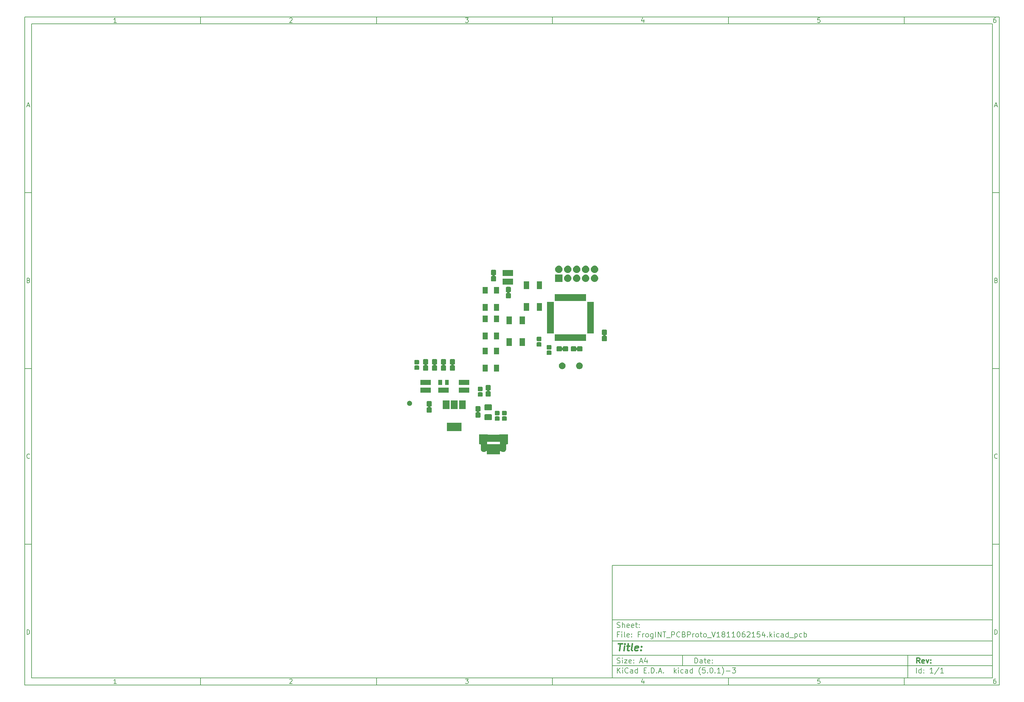
<source format=gts>
G04 #@! TF.GenerationSoftware,KiCad,Pcbnew,(5.0.1)-3*
G04 #@! TF.CreationDate,2019-01-21T14:12:36+01:00*
G04 #@! TF.ProjectId,FrogINT_PCBProto_V1811062154,46726F67494E545F50434250726F746F,rev?*
G04 #@! TF.SameCoordinates,Original*
G04 #@! TF.FileFunction,Soldermask,Top*
G04 #@! TF.FilePolarity,Negative*
%FSLAX46Y46*%
G04 Gerber Fmt 4.6, Leading zero omitted, Abs format (unit mm)*
G04 Created by KiCad (PCBNEW (5.0.1)-3) date 21/01/2019 14:12:36*
%MOMM*%
%LPD*%
G01*
G04 APERTURE LIST*
%ADD10C,0.100000*%
%ADD11C,0.150000*%
%ADD12C,0.300000*%
%ADD13C,0.400000*%
G04 APERTURE END LIST*
D10*
D11*
X177002200Y-166007200D02*
X177002200Y-198007200D01*
X285002200Y-198007200D01*
X285002200Y-166007200D01*
X177002200Y-166007200D01*
D10*
D11*
X10000000Y-10000000D02*
X10000000Y-200007200D01*
X287002200Y-200007200D01*
X287002200Y-10000000D01*
X10000000Y-10000000D01*
D10*
D11*
X12000000Y-12000000D02*
X12000000Y-198007200D01*
X285002200Y-198007200D01*
X285002200Y-12000000D01*
X12000000Y-12000000D01*
D10*
D11*
X60000000Y-12000000D02*
X60000000Y-10000000D01*
D10*
D11*
X110000000Y-12000000D02*
X110000000Y-10000000D01*
D10*
D11*
X160000000Y-12000000D02*
X160000000Y-10000000D01*
D10*
D11*
X210000000Y-12000000D02*
X210000000Y-10000000D01*
D10*
D11*
X260000000Y-12000000D02*
X260000000Y-10000000D01*
D10*
D11*
X36065476Y-11588095D02*
X35322619Y-11588095D01*
X35694047Y-11588095D02*
X35694047Y-10288095D01*
X35570238Y-10473809D01*
X35446428Y-10597619D01*
X35322619Y-10659523D01*
D10*
D11*
X85322619Y-10411904D02*
X85384523Y-10350000D01*
X85508333Y-10288095D01*
X85817857Y-10288095D01*
X85941666Y-10350000D01*
X86003571Y-10411904D01*
X86065476Y-10535714D01*
X86065476Y-10659523D01*
X86003571Y-10845238D01*
X85260714Y-11588095D01*
X86065476Y-11588095D01*
D10*
D11*
X135260714Y-10288095D02*
X136065476Y-10288095D01*
X135632142Y-10783333D01*
X135817857Y-10783333D01*
X135941666Y-10845238D01*
X136003571Y-10907142D01*
X136065476Y-11030952D01*
X136065476Y-11340476D01*
X136003571Y-11464285D01*
X135941666Y-11526190D01*
X135817857Y-11588095D01*
X135446428Y-11588095D01*
X135322619Y-11526190D01*
X135260714Y-11464285D01*
D10*
D11*
X185941666Y-10721428D02*
X185941666Y-11588095D01*
X185632142Y-10226190D02*
X185322619Y-11154761D01*
X186127380Y-11154761D01*
D10*
D11*
X236003571Y-10288095D02*
X235384523Y-10288095D01*
X235322619Y-10907142D01*
X235384523Y-10845238D01*
X235508333Y-10783333D01*
X235817857Y-10783333D01*
X235941666Y-10845238D01*
X236003571Y-10907142D01*
X236065476Y-11030952D01*
X236065476Y-11340476D01*
X236003571Y-11464285D01*
X235941666Y-11526190D01*
X235817857Y-11588095D01*
X235508333Y-11588095D01*
X235384523Y-11526190D01*
X235322619Y-11464285D01*
D10*
D11*
X285941666Y-10288095D02*
X285694047Y-10288095D01*
X285570238Y-10350000D01*
X285508333Y-10411904D01*
X285384523Y-10597619D01*
X285322619Y-10845238D01*
X285322619Y-11340476D01*
X285384523Y-11464285D01*
X285446428Y-11526190D01*
X285570238Y-11588095D01*
X285817857Y-11588095D01*
X285941666Y-11526190D01*
X286003571Y-11464285D01*
X286065476Y-11340476D01*
X286065476Y-11030952D01*
X286003571Y-10907142D01*
X285941666Y-10845238D01*
X285817857Y-10783333D01*
X285570238Y-10783333D01*
X285446428Y-10845238D01*
X285384523Y-10907142D01*
X285322619Y-11030952D01*
D10*
D11*
X60000000Y-198007200D02*
X60000000Y-200007200D01*
D10*
D11*
X110000000Y-198007200D02*
X110000000Y-200007200D01*
D10*
D11*
X160000000Y-198007200D02*
X160000000Y-200007200D01*
D10*
D11*
X210000000Y-198007200D02*
X210000000Y-200007200D01*
D10*
D11*
X260000000Y-198007200D02*
X260000000Y-200007200D01*
D10*
D11*
X36065476Y-199595295D02*
X35322619Y-199595295D01*
X35694047Y-199595295D02*
X35694047Y-198295295D01*
X35570238Y-198481009D01*
X35446428Y-198604819D01*
X35322619Y-198666723D01*
D10*
D11*
X85322619Y-198419104D02*
X85384523Y-198357200D01*
X85508333Y-198295295D01*
X85817857Y-198295295D01*
X85941666Y-198357200D01*
X86003571Y-198419104D01*
X86065476Y-198542914D01*
X86065476Y-198666723D01*
X86003571Y-198852438D01*
X85260714Y-199595295D01*
X86065476Y-199595295D01*
D10*
D11*
X135260714Y-198295295D02*
X136065476Y-198295295D01*
X135632142Y-198790533D01*
X135817857Y-198790533D01*
X135941666Y-198852438D01*
X136003571Y-198914342D01*
X136065476Y-199038152D01*
X136065476Y-199347676D01*
X136003571Y-199471485D01*
X135941666Y-199533390D01*
X135817857Y-199595295D01*
X135446428Y-199595295D01*
X135322619Y-199533390D01*
X135260714Y-199471485D01*
D10*
D11*
X185941666Y-198728628D02*
X185941666Y-199595295D01*
X185632142Y-198233390D02*
X185322619Y-199161961D01*
X186127380Y-199161961D01*
D10*
D11*
X236003571Y-198295295D02*
X235384523Y-198295295D01*
X235322619Y-198914342D01*
X235384523Y-198852438D01*
X235508333Y-198790533D01*
X235817857Y-198790533D01*
X235941666Y-198852438D01*
X236003571Y-198914342D01*
X236065476Y-199038152D01*
X236065476Y-199347676D01*
X236003571Y-199471485D01*
X235941666Y-199533390D01*
X235817857Y-199595295D01*
X235508333Y-199595295D01*
X235384523Y-199533390D01*
X235322619Y-199471485D01*
D10*
D11*
X285941666Y-198295295D02*
X285694047Y-198295295D01*
X285570238Y-198357200D01*
X285508333Y-198419104D01*
X285384523Y-198604819D01*
X285322619Y-198852438D01*
X285322619Y-199347676D01*
X285384523Y-199471485D01*
X285446428Y-199533390D01*
X285570238Y-199595295D01*
X285817857Y-199595295D01*
X285941666Y-199533390D01*
X286003571Y-199471485D01*
X286065476Y-199347676D01*
X286065476Y-199038152D01*
X286003571Y-198914342D01*
X285941666Y-198852438D01*
X285817857Y-198790533D01*
X285570238Y-198790533D01*
X285446428Y-198852438D01*
X285384523Y-198914342D01*
X285322619Y-199038152D01*
D10*
D11*
X10000000Y-60000000D02*
X12000000Y-60000000D01*
D10*
D11*
X10000000Y-110000000D02*
X12000000Y-110000000D01*
D10*
D11*
X10000000Y-160000000D02*
X12000000Y-160000000D01*
D10*
D11*
X10690476Y-35216666D02*
X11309523Y-35216666D01*
X10566666Y-35588095D02*
X11000000Y-34288095D01*
X11433333Y-35588095D01*
D10*
D11*
X11092857Y-84907142D02*
X11278571Y-84969047D01*
X11340476Y-85030952D01*
X11402380Y-85154761D01*
X11402380Y-85340476D01*
X11340476Y-85464285D01*
X11278571Y-85526190D01*
X11154761Y-85588095D01*
X10659523Y-85588095D01*
X10659523Y-84288095D01*
X11092857Y-84288095D01*
X11216666Y-84350000D01*
X11278571Y-84411904D01*
X11340476Y-84535714D01*
X11340476Y-84659523D01*
X11278571Y-84783333D01*
X11216666Y-84845238D01*
X11092857Y-84907142D01*
X10659523Y-84907142D01*
D10*
D11*
X11402380Y-135464285D02*
X11340476Y-135526190D01*
X11154761Y-135588095D01*
X11030952Y-135588095D01*
X10845238Y-135526190D01*
X10721428Y-135402380D01*
X10659523Y-135278571D01*
X10597619Y-135030952D01*
X10597619Y-134845238D01*
X10659523Y-134597619D01*
X10721428Y-134473809D01*
X10845238Y-134350000D01*
X11030952Y-134288095D01*
X11154761Y-134288095D01*
X11340476Y-134350000D01*
X11402380Y-134411904D01*
D10*
D11*
X10659523Y-185588095D02*
X10659523Y-184288095D01*
X10969047Y-184288095D01*
X11154761Y-184350000D01*
X11278571Y-184473809D01*
X11340476Y-184597619D01*
X11402380Y-184845238D01*
X11402380Y-185030952D01*
X11340476Y-185278571D01*
X11278571Y-185402380D01*
X11154761Y-185526190D01*
X10969047Y-185588095D01*
X10659523Y-185588095D01*
D10*
D11*
X287002200Y-60000000D02*
X285002200Y-60000000D01*
D10*
D11*
X287002200Y-110000000D02*
X285002200Y-110000000D01*
D10*
D11*
X287002200Y-160000000D02*
X285002200Y-160000000D01*
D10*
D11*
X285692676Y-35216666D02*
X286311723Y-35216666D01*
X285568866Y-35588095D02*
X286002200Y-34288095D01*
X286435533Y-35588095D01*
D10*
D11*
X286095057Y-84907142D02*
X286280771Y-84969047D01*
X286342676Y-85030952D01*
X286404580Y-85154761D01*
X286404580Y-85340476D01*
X286342676Y-85464285D01*
X286280771Y-85526190D01*
X286156961Y-85588095D01*
X285661723Y-85588095D01*
X285661723Y-84288095D01*
X286095057Y-84288095D01*
X286218866Y-84350000D01*
X286280771Y-84411904D01*
X286342676Y-84535714D01*
X286342676Y-84659523D01*
X286280771Y-84783333D01*
X286218866Y-84845238D01*
X286095057Y-84907142D01*
X285661723Y-84907142D01*
D10*
D11*
X286404580Y-135464285D02*
X286342676Y-135526190D01*
X286156961Y-135588095D01*
X286033152Y-135588095D01*
X285847438Y-135526190D01*
X285723628Y-135402380D01*
X285661723Y-135278571D01*
X285599819Y-135030952D01*
X285599819Y-134845238D01*
X285661723Y-134597619D01*
X285723628Y-134473809D01*
X285847438Y-134350000D01*
X286033152Y-134288095D01*
X286156961Y-134288095D01*
X286342676Y-134350000D01*
X286404580Y-134411904D01*
D10*
D11*
X285661723Y-185588095D02*
X285661723Y-184288095D01*
X285971247Y-184288095D01*
X286156961Y-184350000D01*
X286280771Y-184473809D01*
X286342676Y-184597619D01*
X286404580Y-184845238D01*
X286404580Y-185030952D01*
X286342676Y-185278571D01*
X286280771Y-185402380D01*
X286156961Y-185526190D01*
X285971247Y-185588095D01*
X285661723Y-185588095D01*
D10*
D11*
X200434342Y-193785771D02*
X200434342Y-192285771D01*
X200791485Y-192285771D01*
X201005771Y-192357200D01*
X201148628Y-192500057D01*
X201220057Y-192642914D01*
X201291485Y-192928628D01*
X201291485Y-193142914D01*
X201220057Y-193428628D01*
X201148628Y-193571485D01*
X201005771Y-193714342D01*
X200791485Y-193785771D01*
X200434342Y-193785771D01*
X202577200Y-193785771D02*
X202577200Y-193000057D01*
X202505771Y-192857200D01*
X202362914Y-192785771D01*
X202077200Y-192785771D01*
X201934342Y-192857200D01*
X202577200Y-193714342D02*
X202434342Y-193785771D01*
X202077200Y-193785771D01*
X201934342Y-193714342D01*
X201862914Y-193571485D01*
X201862914Y-193428628D01*
X201934342Y-193285771D01*
X202077200Y-193214342D01*
X202434342Y-193214342D01*
X202577200Y-193142914D01*
X203077200Y-192785771D02*
X203648628Y-192785771D01*
X203291485Y-192285771D02*
X203291485Y-193571485D01*
X203362914Y-193714342D01*
X203505771Y-193785771D01*
X203648628Y-193785771D01*
X204720057Y-193714342D02*
X204577200Y-193785771D01*
X204291485Y-193785771D01*
X204148628Y-193714342D01*
X204077200Y-193571485D01*
X204077200Y-193000057D01*
X204148628Y-192857200D01*
X204291485Y-192785771D01*
X204577200Y-192785771D01*
X204720057Y-192857200D01*
X204791485Y-193000057D01*
X204791485Y-193142914D01*
X204077200Y-193285771D01*
X205434342Y-193642914D02*
X205505771Y-193714342D01*
X205434342Y-193785771D01*
X205362914Y-193714342D01*
X205434342Y-193642914D01*
X205434342Y-193785771D01*
X205434342Y-192857200D02*
X205505771Y-192928628D01*
X205434342Y-193000057D01*
X205362914Y-192928628D01*
X205434342Y-192857200D01*
X205434342Y-193000057D01*
D10*
D11*
X177002200Y-194507200D02*
X285002200Y-194507200D01*
D10*
D11*
X178434342Y-196585771D02*
X178434342Y-195085771D01*
X179291485Y-196585771D02*
X178648628Y-195728628D01*
X179291485Y-195085771D02*
X178434342Y-195942914D01*
X179934342Y-196585771D02*
X179934342Y-195585771D01*
X179934342Y-195085771D02*
X179862914Y-195157200D01*
X179934342Y-195228628D01*
X180005771Y-195157200D01*
X179934342Y-195085771D01*
X179934342Y-195228628D01*
X181505771Y-196442914D02*
X181434342Y-196514342D01*
X181220057Y-196585771D01*
X181077200Y-196585771D01*
X180862914Y-196514342D01*
X180720057Y-196371485D01*
X180648628Y-196228628D01*
X180577200Y-195942914D01*
X180577200Y-195728628D01*
X180648628Y-195442914D01*
X180720057Y-195300057D01*
X180862914Y-195157200D01*
X181077200Y-195085771D01*
X181220057Y-195085771D01*
X181434342Y-195157200D01*
X181505771Y-195228628D01*
X182791485Y-196585771D02*
X182791485Y-195800057D01*
X182720057Y-195657200D01*
X182577200Y-195585771D01*
X182291485Y-195585771D01*
X182148628Y-195657200D01*
X182791485Y-196514342D02*
X182648628Y-196585771D01*
X182291485Y-196585771D01*
X182148628Y-196514342D01*
X182077200Y-196371485D01*
X182077200Y-196228628D01*
X182148628Y-196085771D01*
X182291485Y-196014342D01*
X182648628Y-196014342D01*
X182791485Y-195942914D01*
X184148628Y-196585771D02*
X184148628Y-195085771D01*
X184148628Y-196514342D02*
X184005771Y-196585771D01*
X183720057Y-196585771D01*
X183577200Y-196514342D01*
X183505771Y-196442914D01*
X183434342Y-196300057D01*
X183434342Y-195871485D01*
X183505771Y-195728628D01*
X183577200Y-195657200D01*
X183720057Y-195585771D01*
X184005771Y-195585771D01*
X184148628Y-195657200D01*
X186005771Y-195800057D02*
X186505771Y-195800057D01*
X186720057Y-196585771D02*
X186005771Y-196585771D01*
X186005771Y-195085771D01*
X186720057Y-195085771D01*
X187362914Y-196442914D02*
X187434342Y-196514342D01*
X187362914Y-196585771D01*
X187291485Y-196514342D01*
X187362914Y-196442914D01*
X187362914Y-196585771D01*
X188077200Y-196585771D02*
X188077200Y-195085771D01*
X188434342Y-195085771D01*
X188648628Y-195157200D01*
X188791485Y-195300057D01*
X188862914Y-195442914D01*
X188934342Y-195728628D01*
X188934342Y-195942914D01*
X188862914Y-196228628D01*
X188791485Y-196371485D01*
X188648628Y-196514342D01*
X188434342Y-196585771D01*
X188077200Y-196585771D01*
X189577200Y-196442914D02*
X189648628Y-196514342D01*
X189577200Y-196585771D01*
X189505771Y-196514342D01*
X189577200Y-196442914D01*
X189577200Y-196585771D01*
X190220057Y-196157200D02*
X190934342Y-196157200D01*
X190077200Y-196585771D02*
X190577200Y-195085771D01*
X191077200Y-196585771D01*
X191577200Y-196442914D02*
X191648628Y-196514342D01*
X191577200Y-196585771D01*
X191505771Y-196514342D01*
X191577200Y-196442914D01*
X191577200Y-196585771D01*
X194577200Y-196585771D02*
X194577200Y-195085771D01*
X194720057Y-196014342D02*
X195148628Y-196585771D01*
X195148628Y-195585771D02*
X194577200Y-196157200D01*
X195791485Y-196585771D02*
X195791485Y-195585771D01*
X195791485Y-195085771D02*
X195720057Y-195157200D01*
X195791485Y-195228628D01*
X195862914Y-195157200D01*
X195791485Y-195085771D01*
X195791485Y-195228628D01*
X197148628Y-196514342D02*
X197005771Y-196585771D01*
X196720057Y-196585771D01*
X196577200Y-196514342D01*
X196505771Y-196442914D01*
X196434342Y-196300057D01*
X196434342Y-195871485D01*
X196505771Y-195728628D01*
X196577200Y-195657200D01*
X196720057Y-195585771D01*
X197005771Y-195585771D01*
X197148628Y-195657200D01*
X198434342Y-196585771D02*
X198434342Y-195800057D01*
X198362914Y-195657200D01*
X198220057Y-195585771D01*
X197934342Y-195585771D01*
X197791485Y-195657200D01*
X198434342Y-196514342D02*
X198291485Y-196585771D01*
X197934342Y-196585771D01*
X197791485Y-196514342D01*
X197720057Y-196371485D01*
X197720057Y-196228628D01*
X197791485Y-196085771D01*
X197934342Y-196014342D01*
X198291485Y-196014342D01*
X198434342Y-195942914D01*
X199791485Y-196585771D02*
X199791485Y-195085771D01*
X199791485Y-196514342D02*
X199648628Y-196585771D01*
X199362914Y-196585771D01*
X199220057Y-196514342D01*
X199148628Y-196442914D01*
X199077200Y-196300057D01*
X199077200Y-195871485D01*
X199148628Y-195728628D01*
X199220057Y-195657200D01*
X199362914Y-195585771D01*
X199648628Y-195585771D01*
X199791485Y-195657200D01*
X202077200Y-197157200D02*
X202005771Y-197085771D01*
X201862914Y-196871485D01*
X201791485Y-196728628D01*
X201720057Y-196514342D01*
X201648628Y-196157200D01*
X201648628Y-195871485D01*
X201720057Y-195514342D01*
X201791485Y-195300057D01*
X201862914Y-195157200D01*
X202005771Y-194942914D01*
X202077200Y-194871485D01*
X203362914Y-195085771D02*
X202648628Y-195085771D01*
X202577200Y-195800057D01*
X202648628Y-195728628D01*
X202791485Y-195657200D01*
X203148628Y-195657200D01*
X203291485Y-195728628D01*
X203362914Y-195800057D01*
X203434342Y-195942914D01*
X203434342Y-196300057D01*
X203362914Y-196442914D01*
X203291485Y-196514342D01*
X203148628Y-196585771D01*
X202791485Y-196585771D01*
X202648628Y-196514342D01*
X202577200Y-196442914D01*
X204077200Y-196442914D02*
X204148628Y-196514342D01*
X204077200Y-196585771D01*
X204005771Y-196514342D01*
X204077200Y-196442914D01*
X204077200Y-196585771D01*
X205077200Y-195085771D02*
X205220057Y-195085771D01*
X205362914Y-195157200D01*
X205434342Y-195228628D01*
X205505771Y-195371485D01*
X205577200Y-195657200D01*
X205577200Y-196014342D01*
X205505771Y-196300057D01*
X205434342Y-196442914D01*
X205362914Y-196514342D01*
X205220057Y-196585771D01*
X205077200Y-196585771D01*
X204934342Y-196514342D01*
X204862914Y-196442914D01*
X204791485Y-196300057D01*
X204720057Y-196014342D01*
X204720057Y-195657200D01*
X204791485Y-195371485D01*
X204862914Y-195228628D01*
X204934342Y-195157200D01*
X205077200Y-195085771D01*
X206220057Y-196442914D02*
X206291485Y-196514342D01*
X206220057Y-196585771D01*
X206148628Y-196514342D01*
X206220057Y-196442914D01*
X206220057Y-196585771D01*
X207720057Y-196585771D02*
X206862914Y-196585771D01*
X207291485Y-196585771D02*
X207291485Y-195085771D01*
X207148628Y-195300057D01*
X207005771Y-195442914D01*
X206862914Y-195514342D01*
X208220057Y-197157200D02*
X208291485Y-197085771D01*
X208434342Y-196871485D01*
X208505771Y-196728628D01*
X208577200Y-196514342D01*
X208648628Y-196157200D01*
X208648628Y-195871485D01*
X208577200Y-195514342D01*
X208505771Y-195300057D01*
X208434342Y-195157200D01*
X208291485Y-194942914D01*
X208220057Y-194871485D01*
X209362914Y-196014342D02*
X210505771Y-196014342D01*
X211077200Y-195085771D02*
X212005771Y-195085771D01*
X211505771Y-195657200D01*
X211720057Y-195657200D01*
X211862914Y-195728628D01*
X211934342Y-195800057D01*
X212005771Y-195942914D01*
X212005771Y-196300057D01*
X211934342Y-196442914D01*
X211862914Y-196514342D01*
X211720057Y-196585771D01*
X211291485Y-196585771D01*
X211148628Y-196514342D01*
X211077200Y-196442914D01*
D10*
D11*
X177002200Y-191507200D02*
X285002200Y-191507200D01*
D10*
D12*
X264411485Y-193785771D02*
X263911485Y-193071485D01*
X263554342Y-193785771D02*
X263554342Y-192285771D01*
X264125771Y-192285771D01*
X264268628Y-192357200D01*
X264340057Y-192428628D01*
X264411485Y-192571485D01*
X264411485Y-192785771D01*
X264340057Y-192928628D01*
X264268628Y-193000057D01*
X264125771Y-193071485D01*
X263554342Y-193071485D01*
X265625771Y-193714342D02*
X265482914Y-193785771D01*
X265197200Y-193785771D01*
X265054342Y-193714342D01*
X264982914Y-193571485D01*
X264982914Y-193000057D01*
X265054342Y-192857200D01*
X265197200Y-192785771D01*
X265482914Y-192785771D01*
X265625771Y-192857200D01*
X265697200Y-193000057D01*
X265697200Y-193142914D01*
X264982914Y-193285771D01*
X266197200Y-192785771D02*
X266554342Y-193785771D01*
X266911485Y-192785771D01*
X267482914Y-193642914D02*
X267554342Y-193714342D01*
X267482914Y-193785771D01*
X267411485Y-193714342D01*
X267482914Y-193642914D01*
X267482914Y-193785771D01*
X267482914Y-192857200D02*
X267554342Y-192928628D01*
X267482914Y-193000057D01*
X267411485Y-192928628D01*
X267482914Y-192857200D01*
X267482914Y-193000057D01*
D10*
D11*
X178362914Y-193714342D02*
X178577200Y-193785771D01*
X178934342Y-193785771D01*
X179077200Y-193714342D01*
X179148628Y-193642914D01*
X179220057Y-193500057D01*
X179220057Y-193357200D01*
X179148628Y-193214342D01*
X179077200Y-193142914D01*
X178934342Y-193071485D01*
X178648628Y-193000057D01*
X178505771Y-192928628D01*
X178434342Y-192857200D01*
X178362914Y-192714342D01*
X178362914Y-192571485D01*
X178434342Y-192428628D01*
X178505771Y-192357200D01*
X178648628Y-192285771D01*
X179005771Y-192285771D01*
X179220057Y-192357200D01*
X179862914Y-193785771D02*
X179862914Y-192785771D01*
X179862914Y-192285771D02*
X179791485Y-192357200D01*
X179862914Y-192428628D01*
X179934342Y-192357200D01*
X179862914Y-192285771D01*
X179862914Y-192428628D01*
X180434342Y-192785771D02*
X181220057Y-192785771D01*
X180434342Y-193785771D01*
X181220057Y-193785771D01*
X182362914Y-193714342D02*
X182220057Y-193785771D01*
X181934342Y-193785771D01*
X181791485Y-193714342D01*
X181720057Y-193571485D01*
X181720057Y-193000057D01*
X181791485Y-192857200D01*
X181934342Y-192785771D01*
X182220057Y-192785771D01*
X182362914Y-192857200D01*
X182434342Y-193000057D01*
X182434342Y-193142914D01*
X181720057Y-193285771D01*
X183077200Y-193642914D02*
X183148628Y-193714342D01*
X183077200Y-193785771D01*
X183005771Y-193714342D01*
X183077200Y-193642914D01*
X183077200Y-193785771D01*
X183077200Y-192857200D02*
X183148628Y-192928628D01*
X183077200Y-193000057D01*
X183005771Y-192928628D01*
X183077200Y-192857200D01*
X183077200Y-193000057D01*
X184862914Y-193357200D02*
X185577200Y-193357200D01*
X184720057Y-193785771D02*
X185220057Y-192285771D01*
X185720057Y-193785771D01*
X186862914Y-192785771D02*
X186862914Y-193785771D01*
X186505771Y-192214342D02*
X186148628Y-193285771D01*
X187077200Y-193285771D01*
D10*
D11*
X263434342Y-196585771D02*
X263434342Y-195085771D01*
X264791485Y-196585771D02*
X264791485Y-195085771D01*
X264791485Y-196514342D02*
X264648628Y-196585771D01*
X264362914Y-196585771D01*
X264220057Y-196514342D01*
X264148628Y-196442914D01*
X264077200Y-196300057D01*
X264077200Y-195871485D01*
X264148628Y-195728628D01*
X264220057Y-195657200D01*
X264362914Y-195585771D01*
X264648628Y-195585771D01*
X264791485Y-195657200D01*
X265505771Y-196442914D02*
X265577200Y-196514342D01*
X265505771Y-196585771D01*
X265434342Y-196514342D01*
X265505771Y-196442914D01*
X265505771Y-196585771D01*
X265505771Y-195657200D02*
X265577200Y-195728628D01*
X265505771Y-195800057D01*
X265434342Y-195728628D01*
X265505771Y-195657200D01*
X265505771Y-195800057D01*
X268148628Y-196585771D02*
X267291485Y-196585771D01*
X267720057Y-196585771D02*
X267720057Y-195085771D01*
X267577200Y-195300057D01*
X267434342Y-195442914D01*
X267291485Y-195514342D01*
X269862914Y-195014342D02*
X268577200Y-196942914D01*
X271148628Y-196585771D02*
X270291485Y-196585771D01*
X270720057Y-196585771D02*
X270720057Y-195085771D01*
X270577200Y-195300057D01*
X270434342Y-195442914D01*
X270291485Y-195514342D01*
D10*
D11*
X177002200Y-187507200D02*
X285002200Y-187507200D01*
D10*
D13*
X178714580Y-188211961D02*
X179857438Y-188211961D01*
X179036009Y-190211961D02*
X179286009Y-188211961D01*
X180274104Y-190211961D02*
X180440771Y-188878628D01*
X180524104Y-188211961D02*
X180416961Y-188307200D01*
X180500295Y-188402438D01*
X180607438Y-188307200D01*
X180524104Y-188211961D01*
X180500295Y-188402438D01*
X181107438Y-188878628D02*
X181869342Y-188878628D01*
X181476485Y-188211961D02*
X181262200Y-189926247D01*
X181333628Y-190116723D01*
X181512200Y-190211961D01*
X181702676Y-190211961D01*
X182655057Y-190211961D02*
X182476485Y-190116723D01*
X182405057Y-189926247D01*
X182619342Y-188211961D01*
X184190771Y-190116723D02*
X183988390Y-190211961D01*
X183607438Y-190211961D01*
X183428866Y-190116723D01*
X183357438Y-189926247D01*
X183452676Y-189164342D01*
X183571723Y-188973866D01*
X183774104Y-188878628D01*
X184155057Y-188878628D01*
X184333628Y-188973866D01*
X184405057Y-189164342D01*
X184381247Y-189354819D01*
X183405057Y-189545295D01*
X185155057Y-190021485D02*
X185238390Y-190116723D01*
X185131247Y-190211961D01*
X185047914Y-190116723D01*
X185155057Y-190021485D01*
X185131247Y-190211961D01*
X185286009Y-188973866D02*
X185369342Y-189069104D01*
X185262200Y-189164342D01*
X185178866Y-189069104D01*
X185286009Y-188973866D01*
X185262200Y-189164342D01*
D10*
D11*
X178934342Y-185600057D02*
X178434342Y-185600057D01*
X178434342Y-186385771D02*
X178434342Y-184885771D01*
X179148628Y-184885771D01*
X179720057Y-186385771D02*
X179720057Y-185385771D01*
X179720057Y-184885771D02*
X179648628Y-184957200D01*
X179720057Y-185028628D01*
X179791485Y-184957200D01*
X179720057Y-184885771D01*
X179720057Y-185028628D01*
X180648628Y-186385771D02*
X180505771Y-186314342D01*
X180434342Y-186171485D01*
X180434342Y-184885771D01*
X181791485Y-186314342D02*
X181648628Y-186385771D01*
X181362914Y-186385771D01*
X181220057Y-186314342D01*
X181148628Y-186171485D01*
X181148628Y-185600057D01*
X181220057Y-185457200D01*
X181362914Y-185385771D01*
X181648628Y-185385771D01*
X181791485Y-185457200D01*
X181862914Y-185600057D01*
X181862914Y-185742914D01*
X181148628Y-185885771D01*
X182505771Y-186242914D02*
X182577200Y-186314342D01*
X182505771Y-186385771D01*
X182434342Y-186314342D01*
X182505771Y-186242914D01*
X182505771Y-186385771D01*
X182505771Y-185457200D02*
X182577200Y-185528628D01*
X182505771Y-185600057D01*
X182434342Y-185528628D01*
X182505771Y-185457200D01*
X182505771Y-185600057D01*
X184862914Y-185600057D02*
X184362914Y-185600057D01*
X184362914Y-186385771D02*
X184362914Y-184885771D01*
X185077200Y-184885771D01*
X185648628Y-186385771D02*
X185648628Y-185385771D01*
X185648628Y-185671485D02*
X185720057Y-185528628D01*
X185791485Y-185457200D01*
X185934342Y-185385771D01*
X186077200Y-185385771D01*
X186791485Y-186385771D02*
X186648628Y-186314342D01*
X186577200Y-186242914D01*
X186505771Y-186100057D01*
X186505771Y-185671485D01*
X186577200Y-185528628D01*
X186648628Y-185457200D01*
X186791485Y-185385771D01*
X187005771Y-185385771D01*
X187148628Y-185457200D01*
X187220057Y-185528628D01*
X187291485Y-185671485D01*
X187291485Y-186100057D01*
X187220057Y-186242914D01*
X187148628Y-186314342D01*
X187005771Y-186385771D01*
X186791485Y-186385771D01*
X188577200Y-185385771D02*
X188577200Y-186600057D01*
X188505771Y-186742914D01*
X188434342Y-186814342D01*
X188291485Y-186885771D01*
X188077200Y-186885771D01*
X187934342Y-186814342D01*
X188577200Y-186314342D02*
X188434342Y-186385771D01*
X188148628Y-186385771D01*
X188005771Y-186314342D01*
X187934342Y-186242914D01*
X187862914Y-186100057D01*
X187862914Y-185671485D01*
X187934342Y-185528628D01*
X188005771Y-185457200D01*
X188148628Y-185385771D01*
X188434342Y-185385771D01*
X188577200Y-185457200D01*
X189291485Y-186385771D02*
X189291485Y-184885771D01*
X190005771Y-186385771D02*
X190005771Y-184885771D01*
X190862914Y-186385771D01*
X190862914Y-184885771D01*
X191362914Y-184885771D02*
X192220057Y-184885771D01*
X191791485Y-186385771D02*
X191791485Y-184885771D01*
X192362914Y-186528628D02*
X193505771Y-186528628D01*
X193862914Y-186385771D02*
X193862914Y-184885771D01*
X194434342Y-184885771D01*
X194577200Y-184957200D01*
X194648628Y-185028628D01*
X194720057Y-185171485D01*
X194720057Y-185385771D01*
X194648628Y-185528628D01*
X194577200Y-185600057D01*
X194434342Y-185671485D01*
X193862914Y-185671485D01*
X196220057Y-186242914D02*
X196148628Y-186314342D01*
X195934342Y-186385771D01*
X195791485Y-186385771D01*
X195577200Y-186314342D01*
X195434342Y-186171485D01*
X195362914Y-186028628D01*
X195291485Y-185742914D01*
X195291485Y-185528628D01*
X195362914Y-185242914D01*
X195434342Y-185100057D01*
X195577200Y-184957200D01*
X195791485Y-184885771D01*
X195934342Y-184885771D01*
X196148628Y-184957200D01*
X196220057Y-185028628D01*
X197362914Y-185600057D02*
X197577200Y-185671485D01*
X197648628Y-185742914D01*
X197720057Y-185885771D01*
X197720057Y-186100057D01*
X197648628Y-186242914D01*
X197577200Y-186314342D01*
X197434342Y-186385771D01*
X196862914Y-186385771D01*
X196862914Y-184885771D01*
X197362914Y-184885771D01*
X197505771Y-184957200D01*
X197577200Y-185028628D01*
X197648628Y-185171485D01*
X197648628Y-185314342D01*
X197577200Y-185457200D01*
X197505771Y-185528628D01*
X197362914Y-185600057D01*
X196862914Y-185600057D01*
X198362914Y-186385771D02*
X198362914Y-184885771D01*
X198934342Y-184885771D01*
X199077200Y-184957200D01*
X199148628Y-185028628D01*
X199220057Y-185171485D01*
X199220057Y-185385771D01*
X199148628Y-185528628D01*
X199077200Y-185600057D01*
X198934342Y-185671485D01*
X198362914Y-185671485D01*
X199862914Y-186385771D02*
X199862914Y-185385771D01*
X199862914Y-185671485D02*
X199934342Y-185528628D01*
X200005771Y-185457200D01*
X200148628Y-185385771D01*
X200291485Y-185385771D01*
X201005771Y-186385771D02*
X200862914Y-186314342D01*
X200791485Y-186242914D01*
X200720057Y-186100057D01*
X200720057Y-185671485D01*
X200791485Y-185528628D01*
X200862914Y-185457200D01*
X201005771Y-185385771D01*
X201220057Y-185385771D01*
X201362914Y-185457200D01*
X201434342Y-185528628D01*
X201505771Y-185671485D01*
X201505771Y-186100057D01*
X201434342Y-186242914D01*
X201362914Y-186314342D01*
X201220057Y-186385771D01*
X201005771Y-186385771D01*
X201934342Y-185385771D02*
X202505771Y-185385771D01*
X202148628Y-184885771D02*
X202148628Y-186171485D01*
X202220057Y-186314342D01*
X202362914Y-186385771D01*
X202505771Y-186385771D01*
X203220057Y-186385771D02*
X203077200Y-186314342D01*
X203005771Y-186242914D01*
X202934342Y-186100057D01*
X202934342Y-185671485D01*
X203005771Y-185528628D01*
X203077200Y-185457200D01*
X203220057Y-185385771D01*
X203434342Y-185385771D01*
X203577200Y-185457200D01*
X203648628Y-185528628D01*
X203720057Y-185671485D01*
X203720057Y-186100057D01*
X203648628Y-186242914D01*
X203577200Y-186314342D01*
X203434342Y-186385771D01*
X203220057Y-186385771D01*
X204005771Y-186528628D02*
X205148628Y-186528628D01*
X205291485Y-184885771D02*
X205791485Y-186385771D01*
X206291485Y-184885771D01*
X207577200Y-186385771D02*
X206720057Y-186385771D01*
X207148628Y-186385771D02*
X207148628Y-184885771D01*
X207005771Y-185100057D01*
X206862914Y-185242914D01*
X206720057Y-185314342D01*
X208434342Y-185528628D02*
X208291485Y-185457200D01*
X208220057Y-185385771D01*
X208148628Y-185242914D01*
X208148628Y-185171485D01*
X208220057Y-185028628D01*
X208291485Y-184957200D01*
X208434342Y-184885771D01*
X208720057Y-184885771D01*
X208862914Y-184957200D01*
X208934342Y-185028628D01*
X209005771Y-185171485D01*
X209005771Y-185242914D01*
X208934342Y-185385771D01*
X208862914Y-185457200D01*
X208720057Y-185528628D01*
X208434342Y-185528628D01*
X208291485Y-185600057D01*
X208220057Y-185671485D01*
X208148628Y-185814342D01*
X208148628Y-186100057D01*
X208220057Y-186242914D01*
X208291485Y-186314342D01*
X208434342Y-186385771D01*
X208720057Y-186385771D01*
X208862914Y-186314342D01*
X208934342Y-186242914D01*
X209005771Y-186100057D01*
X209005771Y-185814342D01*
X208934342Y-185671485D01*
X208862914Y-185600057D01*
X208720057Y-185528628D01*
X210434342Y-186385771D02*
X209577200Y-186385771D01*
X210005771Y-186385771D02*
X210005771Y-184885771D01*
X209862914Y-185100057D01*
X209720057Y-185242914D01*
X209577200Y-185314342D01*
X211862914Y-186385771D02*
X211005771Y-186385771D01*
X211434342Y-186385771D02*
X211434342Y-184885771D01*
X211291485Y-185100057D01*
X211148628Y-185242914D01*
X211005771Y-185314342D01*
X212791485Y-184885771D02*
X212934342Y-184885771D01*
X213077200Y-184957200D01*
X213148628Y-185028628D01*
X213220057Y-185171485D01*
X213291485Y-185457200D01*
X213291485Y-185814342D01*
X213220057Y-186100057D01*
X213148628Y-186242914D01*
X213077200Y-186314342D01*
X212934342Y-186385771D01*
X212791485Y-186385771D01*
X212648628Y-186314342D01*
X212577200Y-186242914D01*
X212505771Y-186100057D01*
X212434342Y-185814342D01*
X212434342Y-185457200D01*
X212505771Y-185171485D01*
X212577200Y-185028628D01*
X212648628Y-184957200D01*
X212791485Y-184885771D01*
X214577200Y-184885771D02*
X214291485Y-184885771D01*
X214148628Y-184957200D01*
X214077200Y-185028628D01*
X213934342Y-185242914D01*
X213862914Y-185528628D01*
X213862914Y-186100057D01*
X213934342Y-186242914D01*
X214005771Y-186314342D01*
X214148628Y-186385771D01*
X214434342Y-186385771D01*
X214577200Y-186314342D01*
X214648628Y-186242914D01*
X214720057Y-186100057D01*
X214720057Y-185742914D01*
X214648628Y-185600057D01*
X214577200Y-185528628D01*
X214434342Y-185457200D01*
X214148628Y-185457200D01*
X214005771Y-185528628D01*
X213934342Y-185600057D01*
X213862914Y-185742914D01*
X215291485Y-185028628D02*
X215362914Y-184957200D01*
X215505771Y-184885771D01*
X215862914Y-184885771D01*
X216005771Y-184957200D01*
X216077200Y-185028628D01*
X216148628Y-185171485D01*
X216148628Y-185314342D01*
X216077200Y-185528628D01*
X215220057Y-186385771D01*
X216148628Y-186385771D01*
X217577200Y-186385771D02*
X216720057Y-186385771D01*
X217148628Y-186385771D02*
X217148628Y-184885771D01*
X217005771Y-185100057D01*
X216862914Y-185242914D01*
X216720057Y-185314342D01*
X218934342Y-184885771D02*
X218220057Y-184885771D01*
X218148628Y-185600057D01*
X218220057Y-185528628D01*
X218362914Y-185457200D01*
X218720057Y-185457200D01*
X218862914Y-185528628D01*
X218934342Y-185600057D01*
X219005771Y-185742914D01*
X219005771Y-186100057D01*
X218934342Y-186242914D01*
X218862914Y-186314342D01*
X218720057Y-186385771D01*
X218362914Y-186385771D01*
X218220057Y-186314342D01*
X218148628Y-186242914D01*
X220291485Y-185385771D02*
X220291485Y-186385771D01*
X219934342Y-184814342D02*
X219577200Y-185885771D01*
X220505771Y-185885771D01*
X221077200Y-186242914D02*
X221148628Y-186314342D01*
X221077200Y-186385771D01*
X221005771Y-186314342D01*
X221077200Y-186242914D01*
X221077200Y-186385771D01*
X221791485Y-186385771D02*
X221791485Y-184885771D01*
X221934342Y-185814342D02*
X222362914Y-186385771D01*
X222362914Y-185385771D02*
X221791485Y-185957200D01*
X223005771Y-186385771D02*
X223005771Y-185385771D01*
X223005771Y-184885771D02*
X222934342Y-184957200D01*
X223005771Y-185028628D01*
X223077200Y-184957200D01*
X223005771Y-184885771D01*
X223005771Y-185028628D01*
X224362914Y-186314342D02*
X224220057Y-186385771D01*
X223934342Y-186385771D01*
X223791485Y-186314342D01*
X223720057Y-186242914D01*
X223648628Y-186100057D01*
X223648628Y-185671485D01*
X223720057Y-185528628D01*
X223791485Y-185457200D01*
X223934342Y-185385771D01*
X224220057Y-185385771D01*
X224362914Y-185457200D01*
X225648628Y-186385771D02*
X225648628Y-185600057D01*
X225577200Y-185457200D01*
X225434342Y-185385771D01*
X225148628Y-185385771D01*
X225005771Y-185457200D01*
X225648628Y-186314342D02*
X225505771Y-186385771D01*
X225148628Y-186385771D01*
X225005771Y-186314342D01*
X224934342Y-186171485D01*
X224934342Y-186028628D01*
X225005771Y-185885771D01*
X225148628Y-185814342D01*
X225505771Y-185814342D01*
X225648628Y-185742914D01*
X227005771Y-186385771D02*
X227005771Y-184885771D01*
X227005771Y-186314342D02*
X226862914Y-186385771D01*
X226577200Y-186385771D01*
X226434342Y-186314342D01*
X226362914Y-186242914D01*
X226291485Y-186100057D01*
X226291485Y-185671485D01*
X226362914Y-185528628D01*
X226434342Y-185457200D01*
X226577200Y-185385771D01*
X226862914Y-185385771D01*
X227005771Y-185457200D01*
X227362914Y-186528628D02*
X228505771Y-186528628D01*
X228862914Y-185385771D02*
X228862914Y-186885771D01*
X228862914Y-185457200D02*
X229005771Y-185385771D01*
X229291485Y-185385771D01*
X229434342Y-185457200D01*
X229505771Y-185528628D01*
X229577200Y-185671485D01*
X229577200Y-186100057D01*
X229505771Y-186242914D01*
X229434342Y-186314342D01*
X229291485Y-186385771D01*
X229005771Y-186385771D01*
X228862914Y-186314342D01*
X230862914Y-186314342D02*
X230720057Y-186385771D01*
X230434342Y-186385771D01*
X230291485Y-186314342D01*
X230220057Y-186242914D01*
X230148628Y-186100057D01*
X230148628Y-185671485D01*
X230220057Y-185528628D01*
X230291485Y-185457200D01*
X230434342Y-185385771D01*
X230720057Y-185385771D01*
X230862914Y-185457200D01*
X231505771Y-186385771D02*
X231505771Y-184885771D01*
X231505771Y-185457200D02*
X231648628Y-185385771D01*
X231934342Y-185385771D01*
X232077200Y-185457200D01*
X232148628Y-185528628D01*
X232220057Y-185671485D01*
X232220057Y-186100057D01*
X232148628Y-186242914D01*
X232077200Y-186314342D01*
X231934342Y-186385771D01*
X231648628Y-186385771D01*
X231505771Y-186314342D01*
D10*
D11*
X177002200Y-181507200D02*
X285002200Y-181507200D01*
D10*
D11*
X178362914Y-183614342D02*
X178577200Y-183685771D01*
X178934342Y-183685771D01*
X179077200Y-183614342D01*
X179148628Y-183542914D01*
X179220057Y-183400057D01*
X179220057Y-183257200D01*
X179148628Y-183114342D01*
X179077200Y-183042914D01*
X178934342Y-182971485D01*
X178648628Y-182900057D01*
X178505771Y-182828628D01*
X178434342Y-182757200D01*
X178362914Y-182614342D01*
X178362914Y-182471485D01*
X178434342Y-182328628D01*
X178505771Y-182257200D01*
X178648628Y-182185771D01*
X179005771Y-182185771D01*
X179220057Y-182257200D01*
X179862914Y-183685771D02*
X179862914Y-182185771D01*
X180505771Y-183685771D02*
X180505771Y-182900057D01*
X180434342Y-182757200D01*
X180291485Y-182685771D01*
X180077200Y-182685771D01*
X179934342Y-182757200D01*
X179862914Y-182828628D01*
X181791485Y-183614342D02*
X181648628Y-183685771D01*
X181362914Y-183685771D01*
X181220057Y-183614342D01*
X181148628Y-183471485D01*
X181148628Y-182900057D01*
X181220057Y-182757200D01*
X181362914Y-182685771D01*
X181648628Y-182685771D01*
X181791485Y-182757200D01*
X181862914Y-182900057D01*
X181862914Y-183042914D01*
X181148628Y-183185771D01*
X183077200Y-183614342D02*
X182934342Y-183685771D01*
X182648628Y-183685771D01*
X182505771Y-183614342D01*
X182434342Y-183471485D01*
X182434342Y-182900057D01*
X182505771Y-182757200D01*
X182648628Y-182685771D01*
X182934342Y-182685771D01*
X183077200Y-182757200D01*
X183148628Y-182900057D01*
X183148628Y-183042914D01*
X182434342Y-183185771D01*
X183577200Y-182685771D02*
X184148628Y-182685771D01*
X183791485Y-182185771D02*
X183791485Y-183471485D01*
X183862914Y-183614342D01*
X184005771Y-183685771D01*
X184148628Y-183685771D01*
X184648628Y-183542914D02*
X184720057Y-183614342D01*
X184648628Y-183685771D01*
X184577200Y-183614342D01*
X184648628Y-183542914D01*
X184648628Y-183685771D01*
X184648628Y-182757200D02*
X184720057Y-182828628D01*
X184648628Y-182900057D01*
X184577200Y-182828628D01*
X184648628Y-182757200D01*
X184648628Y-182900057D01*
D10*
D11*
X197002200Y-191507200D02*
X197002200Y-194507200D01*
D10*
D11*
X261002200Y-191507200D02*
X261002200Y-198007200D01*
D10*
G36*
X145681727Y-128736398D02*
X145693979Y-128737000D01*
X147331000Y-128737000D01*
X147331000Y-130332000D01*
X147333402Y-130356386D01*
X147340515Y-130379835D01*
X147343500Y-130385420D01*
X147343500Y-131557000D01*
X146981000Y-131557000D01*
X146956614Y-131559402D01*
X146933165Y-131566515D01*
X146911554Y-131578066D01*
X146892612Y-131593612D01*
X146877066Y-131612554D01*
X146865515Y-131634165D01*
X146858402Y-131657614D01*
X146856000Y-131682000D01*
X146856000Y-132989403D01*
X146850872Y-132993612D01*
X146835326Y-133012554D01*
X146823775Y-133034165D01*
X146819642Y-133045715D01*
X146773305Y-133198469D01*
X146746222Y-133249137D01*
X146692056Y-133350476D01*
X146582712Y-133483712D01*
X146449476Y-133593056D01*
X146348137Y-133647222D01*
X146297469Y-133674305D01*
X146242489Y-133690983D01*
X146132530Y-133724339D01*
X145961000Y-133741233D01*
X145789471Y-133724339D01*
X145679512Y-133690983D01*
X145624532Y-133674305D01*
X145573864Y-133647222D01*
X145472525Y-133593056D01*
X145339289Y-133483712D01*
X145339288Y-133483710D01*
X145339286Y-133483709D01*
X145327626Y-133469501D01*
X145310299Y-133452174D01*
X145289925Y-133438560D01*
X145267286Y-133429183D01*
X145243252Y-133424402D01*
X145218748Y-133424402D01*
X145194715Y-133429182D01*
X145172076Y-133438560D01*
X145151701Y-133452174D01*
X145134374Y-133469501D01*
X145120760Y-133489875D01*
X145111383Y-133512514D01*
X145106602Y-133536548D01*
X145106000Y-133548800D01*
X145106000Y-134407000D01*
X141356000Y-134407000D01*
X141356000Y-133548801D01*
X141353598Y-133524415D01*
X141346485Y-133500966D01*
X141334934Y-133479355D01*
X141319388Y-133460413D01*
X141300446Y-133444867D01*
X141278835Y-133433316D01*
X141255386Y-133426203D01*
X141231000Y-133423801D01*
X141206614Y-133426203D01*
X141183165Y-133433316D01*
X141161554Y-133444867D01*
X141142612Y-133460413D01*
X141134382Y-133469492D01*
X141122712Y-133483712D01*
X140989476Y-133593056D01*
X140888137Y-133647222D01*
X140837469Y-133674305D01*
X140782489Y-133690983D01*
X140672530Y-133724339D01*
X140501000Y-133741233D01*
X140329471Y-133724339D01*
X140219512Y-133690983D01*
X140164532Y-133674305D01*
X140113864Y-133647222D01*
X140012525Y-133593056D01*
X139879289Y-133483712D01*
X139879288Y-133483710D01*
X139879286Y-133483709D01*
X139830121Y-133423801D01*
X139769944Y-133350476D01*
X139710410Y-133239094D01*
X139688695Y-133198469D01*
X139674342Y-133151153D01*
X139642355Y-133045709D01*
X139632980Y-133023075D01*
X139626000Y-133012629D01*
X139626000Y-131682000D01*
X139623598Y-131657614D01*
X139616485Y-131634165D01*
X139604934Y-131612554D01*
X139589388Y-131593612D01*
X139570446Y-131578066D01*
X139548835Y-131566515D01*
X139525386Y-131559402D01*
X139501000Y-131557000D01*
X139168500Y-131557000D01*
X139168500Y-130957000D01*
X141393500Y-130957000D01*
X141393500Y-131382000D01*
X141395902Y-131406386D01*
X141403015Y-131429835D01*
X141414566Y-131451446D01*
X141430112Y-131470388D01*
X141449054Y-131485934D01*
X141470665Y-131497485D01*
X141494114Y-131504598D01*
X141518500Y-131507000D01*
X144981000Y-131507000D01*
X145005386Y-131504598D01*
X145028835Y-131497485D01*
X145050446Y-131485934D01*
X145069388Y-131470388D01*
X145084934Y-131451446D01*
X145096485Y-131429835D01*
X145103598Y-131406386D01*
X145106000Y-131382000D01*
X145106000Y-130957000D01*
X145103598Y-130932614D01*
X145096485Y-130909165D01*
X145084934Y-130887554D01*
X145069388Y-130868612D01*
X145050446Y-130853066D01*
X145028835Y-130841515D01*
X145005386Y-130834402D01*
X144981000Y-130832000D01*
X141518500Y-130832000D01*
X141494114Y-130834402D01*
X141470665Y-130841515D01*
X141449054Y-130853066D01*
X141430112Y-130868612D01*
X141414566Y-130887554D01*
X141403015Y-130909165D01*
X141395902Y-130932614D01*
X141393500Y-130957000D01*
X139168500Y-130957000D01*
X139168500Y-130385420D01*
X139171485Y-130379835D01*
X139178598Y-130356386D01*
X139181000Y-130332000D01*
X139181000Y-128757000D01*
X140615277Y-128757000D01*
X140639663Y-128754598D01*
X140651563Y-128751617D01*
X140663973Y-128747852D01*
X140811000Y-128733372D01*
X140958026Y-128747852D01*
X140970436Y-128751617D01*
X140994469Y-128756398D01*
X141006722Y-128757000D01*
X141631761Y-128757000D01*
X141636554Y-128760934D01*
X141658165Y-128772485D01*
X141681614Y-128779598D01*
X141706000Y-128782000D01*
X144806000Y-128782000D01*
X144830386Y-128779598D01*
X144853835Y-128772485D01*
X144875446Y-128760934D01*
X144894388Y-128745388D01*
X144901272Y-128737000D01*
X145608021Y-128737000D01*
X145620273Y-128736398D01*
X145651000Y-128733372D01*
X145681727Y-128736398D01*
X145681727Y-128736398D01*
G37*
G36*
X134180000Y-127794000D02*
X129980000Y-127794000D01*
X129980000Y-125394000D01*
X134180000Y-125394000D01*
X134180000Y-127794000D01*
X134180000Y-127794000D01*
G37*
G36*
X144740622Y-123599517D02*
X144788585Y-123614066D01*
X144832775Y-123637686D01*
X144871518Y-123669482D01*
X144903314Y-123708225D01*
X144926934Y-123752415D01*
X144941483Y-123800378D01*
X144947000Y-123856391D01*
X144947000Y-124606609D01*
X144941483Y-124662622D01*
X144926934Y-124710585D01*
X144903314Y-124754775D01*
X144871518Y-124793518D01*
X144832775Y-124825314D01*
X144788585Y-124848934D01*
X144740622Y-124863483D01*
X144684609Y-124869000D01*
X143859391Y-124869000D01*
X143803378Y-124863483D01*
X143755415Y-124848934D01*
X143711225Y-124825314D01*
X143672482Y-124793518D01*
X143640686Y-124754775D01*
X143617066Y-124710585D01*
X143602517Y-124662622D01*
X143597000Y-124606609D01*
X143597000Y-123856391D01*
X143602517Y-123800378D01*
X143617066Y-123752415D01*
X143640686Y-123708225D01*
X143672482Y-123669482D01*
X143711225Y-123637686D01*
X143755415Y-123614066D01*
X143803378Y-123599517D01*
X143859391Y-123594000D01*
X144684609Y-123594000D01*
X144740622Y-123599517D01*
X144740622Y-123599517D01*
G37*
G36*
X146772622Y-123599517D02*
X146820585Y-123614066D01*
X146864775Y-123637686D01*
X146903518Y-123669482D01*
X146935314Y-123708225D01*
X146958934Y-123752415D01*
X146973483Y-123800378D01*
X146979000Y-123856391D01*
X146979000Y-124606609D01*
X146973483Y-124662622D01*
X146958934Y-124710585D01*
X146935314Y-124754775D01*
X146903518Y-124793518D01*
X146864775Y-124825314D01*
X146820585Y-124848934D01*
X146772622Y-124863483D01*
X146716609Y-124869000D01*
X145891391Y-124869000D01*
X145835378Y-124863483D01*
X145787415Y-124848934D01*
X145743225Y-124825314D01*
X145704482Y-124793518D01*
X145672686Y-124754775D01*
X145649066Y-124710585D01*
X145634517Y-124662622D01*
X145629000Y-124606609D01*
X145629000Y-123856391D01*
X145634517Y-123800378D01*
X145649066Y-123752415D01*
X145672686Y-123708225D01*
X145704482Y-123669482D01*
X145743225Y-123637686D01*
X145787415Y-123614066D01*
X145835378Y-123599517D01*
X145891391Y-123594000D01*
X146716609Y-123594000D01*
X146772622Y-123599517D01*
X146772622Y-123599517D01*
G37*
G36*
X142601628Y-123008493D02*
X142649354Y-123022970D01*
X142693336Y-123046479D01*
X142731885Y-123078115D01*
X142763521Y-123116664D01*
X142787030Y-123160646D01*
X142801507Y-123208372D01*
X142807000Y-123264141D01*
X142807000Y-124391859D01*
X142801507Y-124447628D01*
X142787030Y-124495354D01*
X142763521Y-124539336D01*
X142731885Y-124577885D01*
X142693336Y-124609521D01*
X142649354Y-124633030D01*
X142601628Y-124647507D01*
X142545859Y-124653000D01*
X140918141Y-124653000D01*
X140862372Y-124647507D01*
X140814646Y-124633030D01*
X140770664Y-124609521D01*
X140732115Y-124577885D01*
X140700479Y-124539336D01*
X140676970Y-124495354D01*
X140662493Y-124447628D01*
X140657000Y-124391859D01*
X140657000Y-123264141D01*
X140662493Y-123208372D01*
X140676970Y-123160646D01*
X140700479Y-123116664D01*
X140732115Y-123078115D01*
X140770664Y-123046479D01*
X140814646Y-123022970D01*
X140862372Y-123008493D01*
X140918141Y-123003000D01*
X142545859Y-123003000D01*
X142601628Y-123008493D01*
X142601628Y-123008493D01*
G37*
G36*
X139310699Y-120682368D02*
X139363066Y-120698254D01*
X139411332Y-120724053D01*
X139453632Y-120758768D01*
X139488347Y-120801068D01*
X139514146Y-120849334D01*
X139530032Y-120901701D01*
X139536000Y-120962300D01*
X139536000Y-121915500D01*
X139530032Y-121976099D01*
X139514146Y-122028466D01*
X139488347Y-122076732D01*
X139453632Y-122119032D01*
X139411332Y-122153747D01*
X139363066Y-122179546D01*
X139310699Y-122195432D01*
X139243987Y-122202002D01*
X139219954Y-122206782D01*
X139197315Y-122216160D01*
X139176940Y-122229773D01*
X139159613Y-122247100D01*
X139145999Y-122267475D01*
X139136622Y-122290114D01*
X139131841Y-122314147D01*
X139131841Y-122338652D01*
X139136621Y-122362685D01*
X139145999Y-122385324D01*
X139159612Y-122405699D01*
X139176939Y-122423026D01*
X139197314Y-122436640D01*
X139219953Y-122446017D01*
X139243987Y-122450798D01*
X139310699Y-122457368D01*
X139363066Y-122473254D01*
X139411332Y-122499053D01*
X139453632Y-122533768D01*
X139488347Y-122576068D01*
X139514146Y-122624334D01*
X139530032Y-122676701D01*
X139536000Y-122737300D01*
X139536000Y-123690500D01*
X139530032Y-123751099D01*
X139514146Y-123803466D01*
X139488347Y-123851732D01*
X139453632Y-123894032D01*
X139411332Y-123928747D01*
X139363066Y-123954546D01*
X139310699Y-123970432D01*
X139250100Y-123976400D01*
X138371900Y-123976400D01*
X138311301Y-123970432D01*
X138258934Y-123954546D01*
X138210668Y-123928747D01*
X138168368Y-123894032D01*
X138133653Y-123851732D01*
X138107854Y-123803466D01*
X138091968Y-123751099D01*
X138086000Y-123690500D01*
X138086000Y-122737300D01*
X138091968Y-122676701D01*
X138107854Y-122624334D01*
X138133653Y-122576068D01*
X138168368Y-122533768D01*
X138210668Y-122499053D01*
X138258934Y-122473254D01*
X138311301Y-122457368D01*
X138378013Y-122450798D01*
X138402046Y-122446018D01*
X138424685Y-122436640D01*
X138445060Y-122423027D01*
X138462387Y-122405700D01*
X138476001Y-122385325D01*
X138485378Y-122362686D01*
X138490159Y-122338653D01*
X138490159Y-122314148D01*
X138485379Y-122290115D01*
X138476001Y-122267476D01*
X138462388Y-122247101D01*
X138445061Y-122229774D01*
X138424686Y-122216160D01*
X138402047Y-122206783D01*
X138378013Y-122202002D01*
X138311301Y-122195432D01*
X138258934Y-122179546D01*
X138210668Y-122153747D01*
X138168368Y-122119032D01*
X138133653Y-122076732D01*
X138107854Y-122028466D01*
X138091968Y-121976099D01*
X138086000Y-121915500D01*
X138086000Y-120962300D01*
X138091968Y-120901701D01*
X138107854Y-120849334D01*
X138133653Y-120801068D01*
X138168368Y-120758768D01*
X138210668Y-120724053D01*
X138258934Y-120698254D01*
X138311301Y-120682368D01*
X138371900Y-120676400D01*
X139250100Y-120676400D01*
X139310699Y-120682368D01*
X139310699Y-120682368D01*
G37*
G36*
X146772622Y-122024517D02*
X146820585Y-122039066D01*
X146864775Y-122062686D01*
X146903518Y-122094482D01*
X146935314Y-122133225D01*
X146958934Y-122177415D01*
X146973483Y-122225378D01*
X146979000Y-122281391D01*
X146979000Y-123031609D01*
X146973483Y-123087622D01*
X146958934Y-123135585D01*
X146935314Y-123179775D01*
X146903518Y-123218518D01*
X146864775Y-123250314D01*
X146820585Y-123273934D01*
X146772622Y-123288483D01*
X146716609Y-123294000D01*
X145891391Y-123294000D01*
X145835378Y-123288483D01*
X145787415Y-123273934D01*
X145743225Y-123250314D01*
X145704482Y-123218518D01*
X145672686Y-123179775D01*
X145649066Y-123135585D01*
X145634517Y-123087622D01*
X145629000Y-123031609D01*
X145629000Y-122281391D01*
X145634517Y-122225378D01*
X145649066Y-122177415D01*
X145672686Y-122133225D01*
X145704482Y-122094482D01*
X145743225Y-122062686D01*
X145787415Y-122039066D01*
X145835378Y-122024517D01*
X145891391Y-122019000D01*
X146716609Y-122019000D01*
X146772622Y-122024517D01*
X146772622Y-122024517D01*
G37*
G36*
X144740622Y-122024517D02*
X144788585Y-122039066D01*
X144832775Y-122062686D01*
X144871518Y-122094482D01*
X144903314Y-122133225D01*
X144926934Y-122177415D01*
X144941483Y-122225378D01*
X144947000Y-122281391D01*
X144947000Y-123031609D01*
X144941483Y-123087622D01*
X144926934Y-123135585D01*
X144903314Y-123179775D01*
X144871518Y-123218518D01*
X144832775Y-123250314D01*
X144788585Y-123273934D01*
X144740622Y-123288483D01*
X144684609Y-123294000D01*
X143859391Y-123294000D01*
X143803378Y-123288483D01*
X143755415Y-123273934D01*
X143711225Y-123250314D01*
X143672482Y-123218518D01*
X143640686Y-123179775D01*
X143617066Y-123135585D01*
X143602517Y-123087622D01*
X143597000Y-123031609D01*
X143597000Y-122281391D01*
X143602517Y-122225378D01*
X143617066Y-122177415D01*
X143640686Y-122133225D01*
X143672482Y-122094482D01*
X143711225Y-122062686D01*
X143755415Y-122039066D01*
X143803378Y-122024517D01*
X143859391Y-122019000D01*
X144684609Y-122019000D01*
X144740622Y-122024517D01*
X144740622Y-122024517D01*
G37*
G36*
X125467699Y-119259968D02*
X125520066Y-119275854D01*
X125568332Y-119301653D01*
X125610632Y-119336368D01*
X125645347Y-119378668D01*
X125671146Y-119426934D01*
X125687032Y-119479301D01*
X125693000Y-119539900D01*
X125693000Y-120493100D01*
X125687032Y-120553699D01*
X125671146Y-120606066D01*
X125645347Y-120654332D01*
X125610632Y-120696632D01*
X125568332Y-120731347D01*
X125520066Y-120757146D01*
X125467699Y-120773032D01*
X125400987Y-120779602D01*
X125376954Y-120784382D01*
X125354315Y-120793760D01*
X125333940Y-120807373D01*
X125316613Y-120824700D01*
X125302999Y-120845075D01*
X125293622Y-120867714D01*
X125288841Y-120891747D01*
X125288841Y-120916252D01*
X125293621Y-120940285D01*
X125302999Y-120962924D01*
X125316612Y-120983299D01*
X125333939Y-121000626D01*
X125354314Y-121014240D01*
X125376953Y-121023617D01*
X125400987Y-121028398D01*
X125467699Y-121034968D01*
X125520066Y-121050854D01*
X125568332Y-121076653D01*
X125610632Y-121111368D01*
X125645347Y-121153668D01*
X125671146Y-121201934D01*
X125687032Y-121254301D01*
X125693000Y-121314900D01*
X125693000Y-122268100D01*
X125687032Y-122328699D01*
X125671146Y-122381066D01*
X125645347Y-122429332D01*
X125610632Y-122471632D01*
X125568332Y-122506347D01*
X125520066Y-122532146D01*
X125467699Y-122548032D01*
X125407100Y-122554000D01*
X124528900Y-122554000D01*
X124468301Y-122548032D01*
X124415934Y-122532146D01*
X124367668Y-122506347D01*
X124325368Y-122471632D01*
X124290653Y-122429332D01*
X124264854Y-122381066D01*
X124248968Y-122328699D01*
X124243000Y-122268100D01*
X124243000Y-121314900D01*
X124248968Y-121254301D01*
X124264854Y-121201934D01*
X124290653Y-121153668D01*
X124325368Y-121111368D01*
X124367668Y-121076653D01*
X124415934Y-121050854D01*
X124468301Y-121034968D01*
X124535013Y-121028398D01*
X124559046Y-121023618D01*
X124581685Y-121014240D01*
X124602060Y-121000627D01*
X124619387Y-120983300D01*
X124633001Y-120962925D01*
X124642378Y-120940286D01*
X124647159Y-120916253D01*
X124647159Y-120891748D01*
X124642379Y-120867715D01*
X124633001Y-120845076D01*
X124619388Y-120824701D01*
X124602061Y-120807374D01*
X124581686Y-120793760D01*
X124559047Y-120784383D01*
X124535013Y-120779602D01*
X124468301Y-120773032D01*
X124415934Y-120757146D01*
X124367668Y-120731347D01*
X124325368Y-120696632D01*
X124290653Y-120654332D01*
X124264854Y-120606066D01*
X124248968Y-120553699D01*
X124243000Y-120493100D01*
X124243000Y-119539900D01*
X124248968Y-119479301D01*
X124264854Y-119426934D01*
X124290653Y-119378668D01*
X124325368Y-119336368D01*
X124367668Y-119301653D01*
X124415934Y-119275854D01*
X124468301Y-119259968D01*
X124528900Y-119254000D01*
X125407100Y-119254000D01*
X125467699Y-119259968D01*
X125467699Y-119259968D01*
G37*
G36*
X142601628Y-120208493D02*
X142649354Y-120222970D01*
X142693336Y-120246479D01*
X142731885Y-120278115D01*
X142763521Y-120316664D01*
X142787030Y-120360646D01*
X142801507Y-120408372D01*
X142807000Y-120464141D01*
X142807000Y-121591859D01*
X142801507Y-121647628D01*
X142787030Y-121695354D01*
X142763521Y-121739336D01*
X142731885Y-121777885D01*
X142693336Y-121809521D01*
X142649354Y-121833030D01*
X142601628Y-121847507D01*
X142545859Y-121853000D01*
X140918141Y-121853000D01*
X140862372Y-121847507D01*
X140814646Y-121833030D01*
X140770664Y-121809521D01*
X140732115Y-121777885D01*
X140700479Y-121739336D01*
X140676970Y-121695354D01*
X140662493Y-121647628D01*
X140657000Y-121591859D01*
X140657000Y-120464141D01*
X140662493Y-120408372D01*
X140676970Y-120360646D01*
X140700479Y-120316664D01*
X140732115Y-120278115D01*
X140770664Y-120246479D01*
X140814646Y-120222970D01*
X140862372Y-120208493D01*
X140918141Y-120203000D01*
X142545859Y-120203000D01*
X142601628Y-120208493D01*
X142601628Y-120208493D01*
G37*
G36*
X135330000Y-121494000D02*
X133430000Y-121494000D01*
X133430000Y-119094000D01*
X135330000Y-119094000D01*
X135330000Y-121494000D01*
X135330000Y-121494000D01*
G37*
G36*
X133030000Y-121494000D02*
X131130000Y-121494000D01*
X131130000Y-119094000D01*
X133030000Y-119094000D01*
X133030000Y-121494000D01*
X133030000Y-121494000D01*
G37*
G36*
X130730000Y-121494000D02*
X128830000Y-121494000D01*
X128830000Y-119094000D01*
X130730000Y-119094000D01*
X130730000Y-121494000D01*
X130730000Y-121494000D01*
G37*
G36*
X119584183Y-119214900D02*
X119711574Y-119267668D01*
X119814392Y-119336368D01*
X119826225Y-119344275D01*
X119923725Y-119441775D01*
X120000332Y-119556426D01*
X120053100Y-119683817D01*
X120080000Y-119819055D01*
X120080000Y-119956945D01*
X120053100Y-120092183D01*
X120007197Y-120203000D01*
X120000332Y-120219574D01*
X119923726Y-120334224D01*
X119826224Y-120431726D01*
X119722375Y-120501115D01*
X119711574Y-120508332D01*
X119584183Y-120561100D01*
X119448945Y-120588000D01*
X119311055Y-120588000D01*
X119175817Y-120561100D01*
X119048426Y-120508332D01*
X119037625Y-120501115D01*
X118933776Y-120431726D01*
X118836274Y-120334224D01*
X118759668Y-120219574D01*
X118752803Y-120203000D01*
X118706900Y-120092183D01*
X118680000Y-119956945D01*
X118680000Y-119819055D01*
X118706900Y-119683817D01*
X118759668Y-119556426D01*
X118836275Y-119441775D01*
X118933775Y-119344275D01*
X118945609Y-119336368D01*
X119048426Y-119267668D01*
X119175817Y-119214900D01*
X119311055Y-119188000D01*
X119448945Y-119188000D01*
X119584183Y-119214900D01*
X119584183Y-119214900D01*
G37*
G36*
X139914622Y-116741517D02*
X139962585Y-116756066D01*
X140006775Y-116779686D01*
X140045518Y-116811482D01*
X140077314Y-116850225D01*
X140100934Y-116894415D01*
X140115483Y-116942378D01*
X140121000Y-116998391D01*
X140121000Y-117748609D01*
X140115483Y-117804622D01*
X140100934Y-117852585D01*
X140077314Y-117896775D01*
X140045518Y-117935518D01*
X140006775Y-117967314D01*
X139962585Y-117990934D01*
X139914622Y-118005483D01*
X139858609Y-118011000D01*
X139033391Y-118011000D01*
X138977378Y-118005483D01*
X138929415Y-117990934D01*
X138885225Y-117967314D01*
X138846482Y-117935518D01*
X138814686Y-117896775D01*
X138791066Y-117852585D01*
X138776517Y-117804622D01*
X138771000Y-117748609D01*
X138771000Y-116998391D01*
X138776517Y-116942378D01*
X138791066Y-116894415D01*
X138814686Y-116850225D01*
X138846482Y-116811482D01*
X138885225Y-116779686D01*
X138929415Y-116756066D01*
X138977378Y-116741517D01*
X139033391Y-116736000D01*
X139858609Y-116736000D01*
X139914622Y-116741517D01*
X139914622Y-116741517D01*
G37*
G36*
X142231699Y-114687968D02*
X142284066Y-114703854D01*
X142332332Y-114729653D01*
X142374632Y-114764368D01*
X142409347Y-114806668D01*
X142435146Y-114854934D01*
X142451032Y-114907301D01*
X142457000Y-114967900D01*
X142457000Y-115921100D01*
X142451032Y-115981699D01*
X142435146Y-116034066D01*
X142409347Y-116082332D01*
X142374632Y-116124632D01*
X142332332Y-116159347D01*
X142284066Y-116185146D01*
X142231699Y-116201032D01*
X142164987Y-116207602D01*
X142140954Y-116212382D01*
X142118315Y-116221760D01*
X142097940Y-116235373D01*
X142080613Y-116252700D01*
X142066999Y-116273075D01*
X142057622Y-116295714D01*
X142052841Y-116319747D01*
X142052841Y-116344252D01*
X142057621Y-116368285D01*
X142066999Y-116390924D01*
X142080612Y-116411299D01*
X142097939Y-116428626D01*
X142118314Y-116442240D01*
X142140953Y-116451617D01*
X142164987Y-116456398D01*
X142231699Y-116462968D01*
X142284066Y-116478854D01*
X142332332Y-116504653D01*
X142374632Y-116539368D01*
X142409347Y-116581668D01*
X142435146Y-116629934D01*
X142451032Y-116682301D01*
X142457000Y-116742900D01*
X142457000Y-117696100D01*
X142451032Y-117756699D01*
X142435146Y-117809066D01*
X142409347Y-117857332D01*
X142374632Y-117899632D01*
X142332332Y-117934347D01*
X142284066Y-117960146D01*
X142231699Y-117976032D01*
X142171100Y-117982000D01*
X141292900Y-117982000D01*
X141232301Y-117976032D01*
X141179934Y-117960146D01*
X141131668Y-117934347D01*
X141089368Y-117899632D01*
X141054653Y-117857332D01*
X141028854Y-117809066D01*
X141012968Y-117756699D01*
X141007000Y-117696100D01*
X141007000Y-116742900D01*
X141012968Y-116682301D01*
X141028854Y-116629934D01*
X141054653Y-116581668D01*
X141089368Y-116539368D01*
X141131668Y-116504653D01*
X141179934Y-116478854D01*
X141232301Y-116462968D01*
X141299013Y-116456398D01*
X141323046Y-116451618D01*
X141345685Y-116442240D01*
X141366060Y-116428627D01*
X141383387Y-116411300D01*
X141397001Y-116390925D01*
X141406378Y-116368286D01*
X141411159Y-116344253D01*
X141411159Y-116319748D01*
X141406379Y-116295715D01*
X141397001Y-116273076D01*
X141383388Y-116252701D01*
X141366061Y-116235374D01*
X141345686Y-116221760D01*
X141323047Y-116212383D01*
X141299013Y-116207602D01*
X141232301Y-116201032D01*
X141179934Y-116185146D01*
X141131668Y-116159347D01*
X141089368Y-116124632D01*
X141054653Y-116082332D01*
X141028854Y-116034066D01*
X141012968Y-115981699D01*
X141007000Y-115921100D01*
X141007000Y-114967900D01*
X141012968Y-114907301D01*
X141028854Y-114854934D01*
X141054653Y-114806668D01*
X141089368Y-114764368D01*
X141131668Y-114729653D01*
X141179934Y-114703854D01*
X141232301Y-114687968D01*
X141292900Y-114682000D01*
X142171100Y-114682000D01*
X142231699Y-114687968D01*
X142231699Y-114687968D01*
G37*
G36*
X136349000Y-116892000D02*
X133399000Y-116892000D01*
X133399000Y-115432000D01*
X136349000Y-115432000D01*
X136349000Y-116892000D01*
X136349000Y-116892000D01*
G37*
G36*
X125427000Y-116892000D02*
X122477000Y-116892000D01*
X122477000Y-115432000D01*
X125427000Y-115432000D01*
X125427000Y-116892000D01*
X125427000Y-116892000D01*
G37*
G36*
X130507000Y-116892000D02*
X127557000Y-116892000D01*
X127557000Y-115432000D01*
X130507000Y-115432000D01*
X130507000Y-116892000D01*
X130507000Y-116892000D01*
G37*
G36*
X139914622Y-115166517D02*
X139962585Y-115181066D01*
X140006775Y-115204686D01*
X140045518Y-115236482D01*
X140077314Y-115275225D01*
X140100934Y-115319415D01*
X140115483Y-115367378D01*
X140121000Y-115423391D01*
X140121000Y-116173609D01*
X140115483Y-116229622D01*
X140100934Y-116277585D01*
X140077314Y-116321775D01*
X140045518Y-116360518D01*
X140006775Y-116392314D01*
X139962585Y-116415934D01*
X139914622Y-116430483D01*
X139858609Y-116436000D01*
X139033391Y-116436000D01*
X138977378Y-116430483D01*
X138929415Y-116415934D01*
X138885225Y-116392314D01*
X138846482Y-116360518D01*
X138814686Y-116321775D01*
X138791066Y-116277585D01*
X138776517Y-116229622D01*
X138771000Y-116173609D01*
X138771000Y-115423391D01*
X138776517Y-115367378D01*
X138791066Y-115319415D01*
X138814686Y-115275225D01*
X138846482Y-115236482D01*
X138885225Y-115204686D01*
X138929415Y-115181066D01*
X138977378Y-115166517D01*
X139033391Y-115161000D01*
X139858609Y-115161000D01*
X139914622Y-115166517D01*
X139914622Y-115166517D01*
G37*
G36*
X136349000Y-114692000D02*
X133399000Y-114692000D01*
X133399000Y-113232000D01*
X136349000Y-113232000D01*
X136349000Y-114692000D01*
X136349000Y-114692000D01*
G37*
G36*
X130507000Y-114692000D02*
X129457000Y-114692000D01*
X129457000Y-113232000D01*
X130507000Y-113232000D01*
X130507000Y-114692000D01*
X130507000Y-114692000D01*
G37*
G36*
X128607000Y-114692000D02*
X127557000Y-114692000D01*
X127557000Y-113232000D01*
X128607000Y-113232000D01*
X128607000Y-114692000D01*
X128607000Y-114692000D01*
G37*
G36*
X125427000Y-114692000D02*
X122477000Y-114692000D01*
X122477000Y-113232000D01*
X125427000Y-113232000D01*
X125427000Y-114692000D01*
X125427000Y-114692000D01*
G37*
G36*
X144794000Y-110842000D02*
X143394000Y-110842000D01*
X143394000Y-108942000D01*
X144794000Y-108942000D01*
X144794000Y-110842000D01*
X144794000Y-110842000D01*
G37*
G36*
X141594000Y-110842000D02*
X140194000Y-110842000D01*
X140194000Y-108942000D01*
X141594000Y-108942000D01*
X141594000Y-110842000D01*
X141594000Y-110842000D01*
G37*
G36*
X129531699Y-107321968D02*
X129584066Y-107337854D01*
X129632332Y-107363653D01*
X129674632Y-107398368D01*
X129709347Y-107440668D01*
X129735146Y-107488934D01*
X129751032Y-107541301D01*
X129757000Y-107601900D01*
X129757000Y-108555100D01*
X129751032Y-108615699D01*
X129735146Y-108668066D01*
X129709347Y-108716332D01*
X129674632Y-108758632D01*
X129632332Y-108793347D01*
X129584066Y-108819146D01*
X129531699Y-108835032D01*
X129464987Y-108841602D01*
X129440954Y-108846382D01*
X129418315Y-108855760D01*
X129397940Y-108869373D01*
X129380613Y-108886700D01*
X129366999Y-108907075D01*
X129357622Y-108929714D01*
X129352841Y-108953747D01*
X129352841Y-108978252D01*
X129357621Y-109002285D01*
X129366999Y-109024924D01*
X129380612Y-109045299D01*
X129397939Y-109062626D01*
X129418314Y-109076240D01*
X129440953Y-109085617D01*
X129464987Y-109090398D01*
X129531699Y-109096968D01*
X129584066Y-109112854D01*
X129632332Y-109138653D01*
X129674632Y-109173368D01*
X129709347Y-109215668D01*
X129735146Y-109263934D01*
X129751032Y-109316301D01*
X129757000Y-109376900D01*
X129757000Y-110330100D01*
X129751032Y-110390699D01*
X129735146Y-110443066D01*
X129709347Y-110491332D01*
X129674632Y-110533632D01*
X129632332Y-110568347D01*
X129584066Y-110594146D01*
X129531699Y-110610032D01*
X129471100Y-110616000D01*
X128592900Y-110616000D01*
X128532301Y-110610032D01*
X128479934Y-110594146D01*
X128431668Y-110568347D01*
X128389368Y-110533632D01*
X128354653Y-110491332D01*
X128328854Y-110443066D01*
X128312968Y-110390699D01*
X128307000Y-110330100D01*
X128307000Y-109376900D01*
X128312968Y-109316301D01*
X128328854Y-109263934D01*
X128354653Y-109215668D01*
X128389368Y-109173368D01*
X128431668Y-109138653D01*
X128479934Y-109112854D01*
X128532301Y-109096968D01*
X128599013Y-109090398D01*
X128623046Y-109085618D01*
X128645685Y-109076240D01*
X128666060Y-109062627D01*
X128683387Y-109045300D01*
X128697001Y-109024925D01*
X128706378Y-109002286D01*
X128711159Y-108978253D01*
X128711159Y-108953748D01*
X128706379Y-108929715D01*
X128697001Y-108907076D01*
X128683388Y-108886701D01*
X128666061Y-108869374D01*
X128645686Y-108855760D01*
X128623047Y-108846383D01*
X128599013Y-108841602D01*
X128532301Y-108835032D01*
X128479934Y-108819146D01*
X128431668Y-108793347D01*
X128389368Y-108758632D01*
X128354653Y-108716332D01*
X128328854Y-108668066D01*
X128312968Y-108615699D01*
X128307000Y-108555100D01*
X128307000Y-107601900D01*
X128312968Y-107541301D01*
X128328854Y-107488934D01*
X128354653Y-107440668D01*
X128389368Y-107398368D01*
X128431668Y-107363653D01*
X128479934Y-107337854D01*
X128532301Y-107321968D01*
X128592900Y-107316000D01*
X129471100Y-107316000D01*
X129531699Y-107321968D01*
X129531699Y-107321968D01*
G37*
G36*
X132071699Y-107321968D02*
X132124066Y-107337854D01*
X132172332Y-107363653D01*
X132214632Y-107398368D01*
X132249347Y-107440668D01*
X132275146Y-107488934D01*
X132291032Y-107541301D01*
X132297000Y-107601900D01*
X132297000Y-108555100D01*
X132291032Y-108615699D01*
X132275146Y-108668066D01*
X132249347Y-108716332D01*
X132214632Y-108758632D01*
X132172332Y-108793347D01*
X132124066Y-108819146D01*
X132071699Y-108835032D01*
X132004987Y-108841602D01*
X131980954Y-108846382D01*
X131958315Y-108855760D01*
X131937940Y-108869373D01*
X131920613Y-108886700D01*
X131906999Y-108907075D01*
X131897622Y-108929714D01*
X131892841Y-108953747D01*
X131892841Y-108978252D01*
X131897621Y-109002285D01*
X131906999Y-109024924D01*
X131920612Y-109045299D01*
X131937939Y-109062626D01*
X131958314Y-109076240D01*
X131980953Y-109085617D01*
X132004987Y-109090398D01*
X132071699Y-109096968D01*
X132124066Y-109112854D01*
X132172332Y-109138653D01*
X132214632Y-109173368D01*
X132249347Y-109215668D01*
X132275146Y-109263934D01*
X132291032Y-109316301D01*
X132297000Y-109376900D01*
X132297000Y-110330100D01*
X132291032Y-110390699D01*
X132275146Y-110443066D01*
X132249347Y-110491332D01*
X132214632Y-110533632D01*
X132172332Y-110568347D01*
X132124066Y-110594146D01*
X132071699Y-110610032D01*
X132011100Y-110616000D01*
X131132900Y-110616000D01*
X131072301Y-110610032D01*
X131019934Y-110594146D01*
X130971668Y-110568347D01*
X130929368Y-110533632D01*
X130894653Y-110491332D01*
X130868854Y-110443066D01*
X130852968Y-110390699D01*
X130847000Y-110330100D01*
X130847000Y-109376900D01*
X130852968Y-109316301D01*
X130868854Y-109263934D01*
X130894653Y-109215668D01*
X130929368Y-109173368D01*
X130971668Y-109138653D01*
X131019934Y-109112854D01*
X131072301Y-109096968D01*
X131139013Y-109090398D01*
X131163046Y-109085618D01*
X131185685Y-109076240D01*
X131206060Y-109062627D01*
X131223387Y-109045300D01*
X131237001Y-109024925D01*
X131246378Y-109002286D01*
X131251159Y-108978253D01*
X131251159Y-108953748D01*
X131246379Y-108929715D01*
X131237001Y-108907076D01*
X131223388Y-108886701D01*
X131206061Y-108869374D01*
X131185686Y-108855760D01*
X131163047Y-108846383D01*
X131139013Y-108841602D01*
X131072301Y-108835032D01*
X131019934Y-108819146D01*
X130971668Y-108793347D01*
X130929368Y-108758632D01*
X130894653Y-108716332D01*
X130868854Y-108668066D01*
X130852968Y-108615699D01*
X130847000Y-108555100D01*
X130847000Y-107601900D01*
X130852968Y-107541301D01*
X130868854Y-107488934D01*
X130894653Y-107440668D01*
X130929368Y-107398368D01*
X130971668Y-107363653D01*
X131019934Y-107337854D01*
X131072301Y-107321968D01*
X131132900Y-107316000D01*
X132011100Y-107316000D01*
X132071699Y-107321968D01*
X132071699Y-107321968D01*
G37*
G36*
X126991699Y-107321968D02*
X127044066Y-107337854D01*
X127092332Y-107363653D01*
X127134632Y-107398368D01*
X127169347Y-107440668D01*
X127195146Y-107488934D01*
X127211032Y-107541301D01*
X127217000Y-107601900D01*
X127217000Y-108555100D01*
X127211032Y-108615699D01*
X127195146Y-108668066D01*
X127169347Y-108716332D01*
X127134632Y-108758632D01*
X127092332Y-108793347D01*
X127044066Y-108819146D01*
X126991699Y-108835032D01*
X126924987Y-108841602D01*
X126900954Y-108846382D01*
X126878315Y-108855760D01*
X126857940Y-108869373D01*
X126840613Y-108886700D01*
X126826999Y-108907075D01*
X126817622Y-108929714D01*
X126812841Y-108953747D01*
X126812841Y-108978252D01*
X126817621Y-109002285D01*
X126826999Y-109024924D01*
X126840612Y-109045299D01*
X126857939Y-109062626D01*
X126878314Y-109076240D01*
X126900953Y-109085617D01*
X126924987Y-109090398D01*
X126991699Y-109096968D01*
X127044066Y-109112854D01*
X127092332Y-109138653D01*
X127134632Y-109173368D01*
X127169347Y-109215668D01*
X127195146Y-109263934D01*
X127211032Y-109316301D01*
X127217000Y-109376900D01*
X127217000Y-110330100D01*
X127211032Y-110390699D01*
X127195146Y-110443066D01*
X127169347Y-110491332D01*
X127134632Y-110533632D01*
X127092332Y-110568347D01*
X127044066Y-110594146D01*
X126991699Y-110610032D01*
X126931100Y-110616000D01*
X126052900Y-110616000D01*
X125992301Y-110610032D01*
X125939934Y-110594146D01*
X125891668Y-110568347D01*
X125849368Y-110533632D01*
X125814653Y-110491332D01*
X125788854Y-110443066D01*
X125772968Y-110390699D01*
X125767000Y-110330100D01*
X125767000Y-109376900D01*
X125772968Y-109316301D01*
X125788854Y-109263934D01*
X125814653Y-109215668D01*
X125849368Y-109173368D01*
X125891668Y-109138653D01*
X125939934Y-109112854D01*
X125992301Y-109096968D01*
X126059013Y-109090398D01*
X126083046Y-109085618D01*
X126105685Y-109076240D01*
X126126060Y-109062627D01*
X126143387Y-109045300D01*
X126157001Y-109024925D01*
X126166378Y-109002286D01*
X126171159Y-108978253D01*
X126171159Y-108953748D01*
X126166379Y-108929715D01*
X126157001Y-108907076D01*
X126143388Y-108886701D01*
X126126061Y-108869374D01*
X126105686Y-108855760D01*
X126083047Y-108846383D01*
X126059013Y-108841602D01*
X125992301Y-108835032D01*
X125939934Y-108819146D01*
X125891668Y-108793347D01*
X125849368Y-108758632D01*
X125814653Y-108716332D01*
X125788854Y-108668066D01*
X125772968Y-108615699D01*
X125767000Y-108555100D01*
X125767000Y-107601900D01*
X125772968Y-107541301D01*
X125788854Y-107488934D01*
X125814653Y-107440668D01*
X125849368Y-107398368D01*
X125891668Y-107363653D01*
X125939934Y-107337854D01*
X125992301Y-107321968D01*
X126052900Y-107316000D01*
X126931100Y-107316000D01*
X126991699Y-107321968D01*
X126991699Y-107321968D01*
G37*
G36*
X124451699Y-107321968D02*
X124504066Y-107337854D01*
X124552332Y-107363653D01*
X124594632Y-107398368D01*
X124629347Y-107440668D01*
X124655146Y-107488934D01*
X124671032Y-107541301D01*
X124677000Y-107601900D01*
X124677000Y-108555100D01*
X124671032Y-108615699D01*
X124655146Y-108668066D01*
X124629347Y-108716332D01*
X124594632Y-108758632D01*
X124552332Y-108793347D01*
X124504066Y-108819146D01*
X124451699Y-108835032D01*
X124384987Y-108841602D01*
X124360954Y-108846382D01*
X124338315Y-108855760D01*
X124317940Y-108869373D01*
X124300613Y-108886700D01*
X124286999Y-108907075D01*
X124277622Y-108929714D01*
X124272841Y-108953747D01*
X124272841Y-108978252D01*
X124277621Y-109002285D01*
X124286999Y-109024924D01*
X124300612Y-109045299D01*
X124317939Y-109062626D01*
X124338314Y-109076240D01*
X124360953Y-109085617D01*
X124384987Y-109090398D01*
X124451699Y-109096968D01*
X124504066Y-109112854D01*
X124552332Y-109138653D01*
X124594632Y-109173368D01*
X124629347Y-109215668D01*
X124655146Y-109263934D01*
X124671032Y-109316301D01*
X124677000Y-109376900D01*
X124677000Y-110330100D01*
X124671032Y-110390699D01*
X124655146Y-110443066D01*
X124629347Y-110491332D01*
X124594632Y-110533632D01*
X124552332Y-110568347D01*
X124504066Y-110594146D01*
X124451699Y-110610032D01*
X124391100Y-110616000D01*
X123512900Y-110616000D01*
X123452301Y-110610032D01*
X123399934Y-110594146D01*
X123351668Y-110568347D01*
X123309368Y-110533632D01*
X123274653Y-110491332D01*
X123248854Y-110443066D01*
X123232968Y-110390699D01*
X123227000Y-110330100D01*
X123227000Y-109376900D01*
X123232968Y-109316301D01*
X123248854Y-109263934D01*
X123274653Y-109215668D01*
X123309368Y-109173368D01*
X123351668Y-109138653D01*
X123399934Y-109112854D01*
X123452301Y-109096968D01*
X123519013Y-109090398D01*
X123543046Y-109085618D01*
X123565685Y-109076240D01*
X123586060Y-109062627D01*
X123603387Y-109045300D01*
X123617001Y-109024925D01*
X123626378Y-109002286D01*
X123631159Y-108978253D01*
X123631159Y-108953748D01*
X123626379Y-108929715D01*
X123617001Y-108907076D01*
X123603388Y-108886701D01*
X123586061Y-108869374D01*
X123565686Y-108855760D01*
X123543047Y-108846383D01*
X123519013Y-108841602D01*
X123452301Y-108835032D01*
X123399934Y-108819146D01*
X123351668Y-108793347D01*
X123309368Y-108758632D01*
X123274653Y-108716332D01*
X123248854Y-108668066D01*
X123232968Y-108615699D01*
X123227000Y-108555100D01*
X123227000Y-107601900D01*
X123232968Y-107541301D01*
X123248854Y-107488934D01*
X123274653Y-107440668D01*
X123309368Y-107398368D01*
X123351668Y-107363653D01*
X123399934Y-107337854D01*
X123452301Y-107321968D01*
X123512900Y-107316000D01*
X124391100Y-107316000D01*
X124451699Y-107321968D01*
X124451699Y-107321968D01*
G37*
G36*
X121880622Y-109121517D02*
X121928585Y-109136066D01*
X121972775Y-109159686D01*
X122011518Y-109191482D01*
X122043314Y-109230225D01*
X122066934Y-109274415D01*
X122081483Y-109322378D01*
X122087000Y-109378391D01*
X122087000Y-110128609D01*
X122081483Y-110184622D01*
X122066934Y-110232585D01*
X122043314Y-110276775D01*
X122011518Y-110315518D01*
X121972775Y-110347314D01*
X121928585Y-110370934D01*
X121880622Y-110385483D01*
X121824609Y-110391000D01*
X120999391Y-110391000D01*
X120943378Y-110385483D01*
X120895415Y-110370934D01*
X120851225Y-110347314D01*
X120812482Y-110315518D01*
X120780686Y-110276775D01*
X120757066Y-110232585D01*
X120742517Y-110184622D01*
X120737000Y-110128609D01*
X120737000Y-109378391D01*
X120742517Y-109322378D01*
X120757066Y-109274415D01*
X120780686Y-109230225D01*
X120812482Y-109191482D01*
X120851225Y-109159686D01*
X120895415Y-109136066D01*
X120943378Y-109121517D01*
X120999391Y-109116000D01*
X121824609Y-109116000D01*
X121880622Y-109121517D01*
X121880622Y-109121517D01*
G37*
G36*
X167779452Y-108279127D02*
X167917105Y-108306508D01*
X168089994Y-108378121D01*
X168245590Y-108482087D01*
X168377913Y-108614410D01*
X168481879Y-108770006D01*
X168553492Y-108942895D01*
X168577308Y-109062626D01*
X168590000Y-109126432D01*
X168590000Y-109313568D01*
X168580873Y-109359452D01*
X168553492Y-109497105D01*
X168481879Y-109669994D01*
X168377913Y-109825590D01*
X168245590Y-109957913D01*
X168089994Y-110061879D01*
X167917105Y-110133492D01*
X167779452Y-110160873D01*
X167733568Y-110170000D01*
X167546432Y-110170000D01*
X167500548Y-110160873D01*
X167362895Y-110133492D01*
X167190006Y-110061879D01*
X167034410Y-109957913D01*
X166902087Y-109825590D01*
X166798121Y-109669994D01*
X166726508Y-109497105D01*
X166699127Y-109359452D01*
X166690000Y-109313568D01*
X166690000Y-109126432D01*
X166702692Y-109062626D01*
X166726508Y-108942895D01*
X166798121Y-108770006D01*
X166902087Y-108614410D01*
X167034410Y-108482087D01*
X167190006Y-108378121D01*
X167362895Y-108306508D01*
X167500548Y-108279127D01*
X167546432Y-108270000D01*
X167733568Y-108270000D01*
X167779452Y-108279127D01*
X167779452Y-108279127D01*
G37*
G36*
X162899452Y-108279127D02*
X163037105Y-108306508D01*
X163209994Y-108378121D01*
X163365590Y-108482087D01*
X163497913Y-108614410D01*
X163601879Y-108770006D01*
X163673492Y-108942895D01*
X163697308Y-109062626D01*
X163710000Y-109126432D01*
X163710000Y-109313568D01*
X163700873Y-109359452D01*
X163673492Y-109497105D01*
X163601879Y-109669994D01*
X163497913Y-109825590D01*
X163365590Y-109957913D01*
X163209994Y-110061879D01*
X163037105Y-110133492D01*
X162899452Y-110160873D01*
X162853568Y-110170000D01*
X162666432Y-110170000D01*
X162620548Y-110160873D01*
X162482895Y-110133492D01*
X162310006Y-110061879D01*
X162154410Y-109957913D01*
X162022087Y-109825590D01*
X161918121Y-109669994D01*
X161846508Y-109497105D01*
X161819127Y-109359452D01*
X161810000Y-109313568D01*
X161810000Y-109126432D01*
X161822692Y-109062626D01*
X161846508Y-108942895D01*
X161918121Y-108770006D01*
X162022087Y-108614410D01*
X162154410Y-108482087D01*
X162310006Y-108378121D01*
X162482895Y-108306508D01*
X162620548Y-108279127D01*
X162666432Y-108270000D01*
X162853568Y-108270000D01*
X162899452Y-108279127D01*
X162899452Y-108279127D01*
G37*
G36*
X121880622Y-107546517D02*
X121928585Y-107561066D01*
X121972775Y-107584686D01*
X122011518Y-107616482D01*
X122043314Y-107655225D01*
X122066934Y-107699415D01*
X122081483Y-107747378D01*
X122087000Y-107803391D01*
X122087000Y-108553609D01*
X122081483Y-108609622D01*
X122066934Y-108657585D01*
X122043314Y-108701775D01*
X122011518Y-108740518D01*
X121972775Y-108772314D01*
X121928585Y-108795934D01*
X121880622Y-108810483D01*
X121824609Y-108816000D01*
X120999391Y-108816000D01*
X120943378Y-108810483D01*
X120895415Y-108795934D01*
X120851225Y-108772314D01*
X120812482Y-108740518D01*
X120780686Y-108701775D01*
X120757066Y-108657585D01*
X120742517Y-108609622D01*
X120737000Y-108553609D01*
X120737000Y-107803391D01*
X120742517Y-107747378D01*
X120757066Y-107699415D01*
X120780686Y-107655225D01*
X120812482Y-107616482D01*
X120851225Y-107584686D01*
X120895415Y-107561066D01*
X120943378Y-107546517D01*
X120999391Y-107541000D01*
X121824609Y-107541000D01*
X121880622Y-107546517D01*
X121880622Y-107546517D01*
G37*
G36*
X159498022Y-104879717D02*
X159545985Y-104894266D01*
X159590175Y-104917886D01*
X159628918Y-104949682D01*
X159660714Y-104988425D01*
X159684334Y-105032615D01*
X159698883Y-105080578D01*
X159704400Y-105136591D01*
X159704400Y-105886809D01*
X159698883Y-105942822D01*
X159684334Y-105990785D01*
X159660714Y-106034975D01*
X159628918Y-106073718D01*
X159590175Y-106105514D01*
X159545985Y-106129134D01*
X159498022Y-106143683D01*
X159442009Y-106149200D01*
X158616791Y-106149200D01*
X158560778Y-106143683D01*
X158512815Y-106129134D01*
X158468625Y-106105514D01*
X158429882Y-106073718D01*
X158398086Y-106034975D01*
X158374466Y-105990785D01*
X158359917Y-105942822D01*
X158354400Y-105886809D01*
X158354400Y-105136591D01*
X158359917Y-105080578D01*
X158374466Y-105032615D01*
X158398086Y-104988425D01*
X158429882Y-104949682D01*
X158468625Y-104917886D01*
X158512815Y-104894266D01*
X158560778Y-104879717D01*
X158616791Y-104874200D01*
X159442009Y-104874200D01*
X159498022Y-104879717D01*
X159498022Y-104879717D01*
G37*
G36*
X141594000Y-105942000D02*
X140194000Y-105942000D01*
X140194000Y-104042000D01*
X141594000Y-104042000D01*
X141594000Y-105942000D01*
X141594000Y-105942000D01*
G37*
G36*
X144794000Y-105942000D02*
X143394000Y-105942000D01*
X143394000Y-104042000D01*
X144794000Y-104042000D01*
X144794000Y-105942000D01*
X144794000Y-105942000D01*
G37*
G36*
X162463699Y-103674968D02*
X162516066Y-103690854D01*
X162564332Y-103716653D01*
X162606632Y-103751368D01*
X162641347Y-103793668D01*
X162667146Y-103841934D01*
X162683032Y-103894301D01*
X162689602Y-103961013D01*
X162694382Y-103985046D01*
X162703760Y-104007685D01*
X162717373Y-104028060D01*
X162734700Y-104045387D01*
X162755075Y-104059001D01*
X162777714Y-104068378D01*
X162801747Y-104073159D01*
X162826252Y-104073159D01*
X162850285Y-104068379D01*
X162872924Y-104059001D01*
X162893299Y-104045388D01*
X162910626Y-104028061D01*
X162924240Y-104007686D01*
X162933617Y-103985047D01*
X162938398Y-103961013D01*
X162944968Y-103894301D01*
X162960854Y-103841934D01*
X162986653Y-103793668D01*
X163021368Y-103751368D01*
X163063668Y-103716653D01*
X163111934Y-103690854D01*
X163164301Y-103674968D01*
X163224900Y-103669000D01*
X164178100Y-103669000D01*
X164238699Y-103674968D01*
X164291066Y-103690854D01*
X164339332Y-103716653D01*
X164381632Y-103751368D01*
X164416347Y-103793668D01*
X164442146Y-103841934D01*
X164458032Y-103894301D01*
X164464000Y-103954900D01*
X164464000Y-104833100D01*
X164458032Y-104893699D01*
X164442146Y-104946066D01*
X164416347Y-104994332D01*
X164381632Y-105036632D01*
X164339332Y-105071347D01*
X164291066Y-105097146D01*
X164238699Y-105113032D01*
X164178100Y-105119000D01*
X163224900Y-105119000D01*
X163164301Y-105113032D01*
X163111934Y-105097146D01*
X163063668Y-105071347D01*
X163021368Y-105036632D01*
X162986653Y-104994332D01*
X162960854Y-104946066D01*
X162944968Y-104893699D01*
X162938398Y-104826987D01*
X162933618Y-104802954D01*
X162924240Y-104780315D01*
X162910627Y-104759940D01*
X162893300Y-104742613D01*
X162872925Y-104728999D01*
X162850286Y-104719622D01*
X162826253Y-104714841D01*
X162801748Y-104714841D01*
X162777715Y-104719621D01*
X162755076Y-104728999D01*
X162734701Y-104742612D01*
X162717374Y-104759939D01*
X162703760Y-104780314D01*
X162694383Y-104802953D01*
X162689602Y-104826987D01*
X162683032Y-104893699D01*
X162667146Y-104946066D01*
X162641347Y-104994332D01*
X162606632Y-105036632D01*
X162564332Y-105071347D01*
X162516066Y-105097146D01*
X162463699Y-105113032D01*
X162403100Y-105119000D01*
X161449900Y-105119000D01*
X161389301Y-105113032D01*
X161336934Y-105097146D01*
X161288668Y-105071347D01*
X161246368Y-105036632D01*
X161211653Y-104994332D01*
X161185854Y-104946066D01*
X161169968Y-104893699D01*
X161164000Y-104833100D01*
X161164000Y-103954900D01*
X161169968Y-103894301D01*
X161185854Y-103841934D01*
X161211653Y-103793668D01*
X161246368Y-103751368D01*
X161288668Y-103716653D01*
X161336934Y-103690854D01*
X161389301Y-103674968D01*
X161449900Y-103669000D01*
X162403100Y-103669000D01*
X162463699Y-103674968D01*
X162463699Y-103674968D01*
G37*
G36*
X166527699Y-103674968D02*
X166580066Y-103690854D01*
X166628332Y-103716653D01*
X166670632Y-103751368D01*
X166705347Y-103793668D01*
X166731146Y-103841934D01*
X166747032Y-103894301D01*
X166753602Y-103961013D01*
X166758382Y-103985046D01*
X166767760Y-104007685D01*
X166781373Y-104028060D01*
X166798700Y-104045387D01*
X166819075Y-104059001D01*
X166841714Y-104068378D01*
X166865747Y-104073159D01*
X166890252Y-104073159D01*
X166914285Y-104068379D01*
X166936924Y-104059001D01*
X166957299Y-104045388D01*
X166974626Y-104028061D01*
X166988240Y-104007686D01*
X166997617Y-103985047D01*
X167002398Y-103961013D01*
X167008968Y-103894301D01*
X167024854Y-103841934D01*
X167050653Y-103793668D01*
X167085368Y-103751368D01*
X167127668Y-103716653D01*
X167175934Y-103690854D01*
X167228301Y-103674968D01*
X167288900Y-103669000D01*
X168242100Y-103669000D01*
X168302699Y-103674968D01*
X168355066Y-103690854D01*
X168403332Y-103716653D01*
X168445632Y-103751368D01*
X168480347Y-103793668D01*
X168506146Y-103841934D01*
X168522032Y-103894301D01*
X168528000Y-103954900D01*
X168528000Y-104833100D01*
X168522032Y-104893699D01*
X168506146Y-104946066D01*
X168480347Y-104994332D01*
X168445632Y-105036632D01*
X168403332Y-105071347D01*
X168355066Y-105097146D01*
X168302699Y-105113032D01*
X168242100Y-105119000D01*
X167288900Y-105119000D01*
X167228301Y-105113032D01*
X167175934Y-105097146D01*
X167127668Y-105071347D01*
X167085368Y-105036632D01*
X167050653Y-104994332D01*
X167024854Y-104946066D01*
X167008968Y-104893699D01*
X167002398Y-104826987D01*
X166997618Y-104802954D01*
X166988240Y-104780315D01*
X166974627Y-104759940D01*
X166957300Y-104742613D01*
X166936925Y-104728999D01*
X166914286Y-104719622D01*
X166890253Y-104714841D01*
X166865748Y-104714841D01*
X166841715Y-104719621D01*
X166819076Y-104728999D01*
X166798701Y-104742612D01*
X166781374Y-104759939D01*
X166767760Y-104780314D01*
X166758383Y-104802953D01*
X166753602Y-104826987D01*
X166747032Y-104893699D01*
X166731146Y-104946066D01*
X166705347Y-104994332D01*
X166670632Y-105036632D01*
X166628332Y-105071347D01*
X166580066Y-105097146D01*
X166527699Y-105113032D01*
X166467100Y-105119000D01*
X165513900Y-105119000D01*
X165453301Y-105113032D01*
X165400934Y-105097146D01*
X165352668Y-105071347D01*
X165310368Y-105036632D01*
X165275653Y-104994332D01*
X165249854Y-104946066D01*
X165233968Y-104893699D01*
X165228000Y-104833100D01*
X165228000Y-103954900D01*
X165233968Y-103894301D01*
X165249854Y-103841934D01*
X165275653Y-103793668D01*
X165310368Y-103751368D01*
X165352668Y-103716653D01*
X165400934Y-103690854D01*
X165453301Y-103674968D01*
X165513900Y-103669000D01*
X166467100Y-103669000D01*
X166527699Y-103674968D01*
X166527699Y-103674968D01*
G37*
G36*
X159498022Y-103304717D02*
X159545985Y-103319266D01*
X159590175Y-103342886D01*
X159628918Y-103374682D01*
X159660714Y-103413425D01*
X159684334Y-103457615D01*
X159698883Y-103505578D01*
X159704400Y-103561591D01*
X159704400Y-104311809D01*
X159698883Y-104367822D01*
X159684334Y-104415785D01*
X159660714Y-104459975D01*
X159628918Y-104498718D01*
X159590175Y-104530514D01*
X159545985Y-104554134D01*
X159498022Y-104568683D01*
X159442009Y-104574200D01*
X158616791Y-104574200D01*
X158560778Y-104568683D01*
X158512815Y-104554134D01*
X158468625Y-104530514D01*
X158429882Y-104498718D01*
X158398086Y-104459975D01*
X158374466Y-104415785D01*
X158359917Y-104367822D01*
X158354400Y-104311809D01*
X158354400Y-103561591D01*
X158359917Y-103505578D01*
X158374466Y-103457615D01*
X158398086Y-103413425D01*
X158429882Y-103374682D01*
X158468625Y-103342886D01*
X158512815Y-103319266D01*
X158560778Y-103304717D01*
X158616791Y-103299200D01*
X159442009Y-103299200D01*
X159498022Y-103304717D01*
X159498022Y-103304717D01*
G37*
G36*
X156653222Y-102517517D02*
X156701185Y-102532066D01*
X156745375Y-102555686D01*
X156784118Y-102587482D01*
X156815914Y-102626225D01*
X156839534Y-102670415D01*
X156854083Y-102718378D01*
X156859600Y-102774391D01*
X156859600Y-103524609D01*
X156854083Y-103580622D01*
X156839534Y-103628585D01*
X156815914Y-103672775D01*
X156784118Y-103711518D01*
X156745375Y-103743314D01*
X156701185Y-103766934D01*
X156653222Y-103781483D01*
X156597209Y-103787000D01*
X155771991Y-103787000D01*
X155715978Y-103781483D01*
X155668015Y-103766934D01*
X155623825Y-103743314D01*
X155585082Y-103711518D01*
X155553286Y-103672775D01*
X155529666Y-103628585D01*
X155515117Y-103580622D01*
X155509600Y-103524609D01*
X155509600Y-102774391D01*
X155515117Y-102718378D01*
X155529666Y-102670415D01*
X155553286Y-102626225D01*
X155585082Y-102587482D01*
X155623825Y-102555686D01*
X155668015Y-102532066D01*
X155715978Y-102517517D01*
X155771991Y-102512000D01*
X156597209Y-102512000D01*
X156653222Y-102517517D01*
X156653222Y-102517517D01*
G37*
G36*
X148455200Y-103590200D02*
X146955200Y-103590200D01*
X146955200Y-101390200D01*
X148455200Y-101390200D01*
X148455200Y-103590200D01*
X148455200Y-103590200D01*
G37*
G36*
X152155200Y-103590200D02*
X150655200Y-103590200D01*
X150655200Y-101390200D01*
X152155200Y-101390200D01*
X152155200Y-103590200D01*
X152155200Y-103590200D01*
G37*
G36*
X175251699Y-98939968D02*
X175304066Y-98955854D01*
X175352332Y-98981653D01*
X175394632Y-99016368D01*
X175429347Y-99058668D01*
X175455146Y-99106934D01*
X175471032Y-99159301D01*
X175477000Y-99219900D01*
X175477000Y-100173100D01*
X175471032Y-100233699D01*
X175455146Y-100286066D01*
X175429347Y-100334332D01*
X175394632Y-100376632D01*
X175352332Y-100411347D01*
X175304066Y-100437146D01*
X175251699Y-100453032D01*
X175184987Y-100459602D01*
X175160954Y-100464382D01*
X175138315Y-100473760D01*
X175117940Y-100487373D01*
X175100613Y-100504700D01*
X175086999Y-100525075D01*
X175077622Y-100547714D01*
X175072841Y-100571747D01*
X175072841Y-100596252D01*
X175077621Y-100620285D01*
X175086999Y-100642924D01*
X175100612Y-100663299D01*
X175117939Y-100680626D01*
X175138314Y-100694240D01*
X175160953Y-100703617D01*
X175184987Y-100708398D01*
X175251699Y-100714968D01*
X175304066Y-100730854D01*
X175352332Y-100756653D01*
X175394632Y-100791368D01*
X175429347Y-100833668D01*
X175455146Y-100881934D01*
X175471032Y-100934301D01*
X175477000Y-100994900D01*
X175477000Y-101948100D01*
X175471032Y-102008699D01*
X175455146Y-102061066D01*
X175429347Y-102109332D01*
X175394632Y-102151632D01*
X175352332Y-102186347D01*
X175304066Y-102212146D01*
X175251699Y-102228032D01*
X175191100Y-102234000D01*
X174312900Y-102234000D01*
X174252301Y-102228032D01*
X174199934Y-102212146D01*
X174151668Y-102186347D01*
X174109368Y-102151632D01*
X174074653Y-102109332D01*
X174048854Y-102061066D01*
X174032968Y-102008699D01*
X174027000Y-101948100D01*
X174027000Y-100994900D01*
X174032968Y-100934301D01*
X174048854Y-100881934D01*
X174074653Y-100833668D01*
X174109368Y-100791368D01*
X174151668Y-100756653D01*
X174199934Y-100730854D01*
X174252301Y-100714968D01*
X174319013Y-100708398D01*
X174343046Y-100703618D01*
X174365685Y-100694240D01*
X174386060Y-100680627D01*
X174403387Y-100663300D01*
X174417001Y-100642925D01*
X174426378Y-100620286D01*
X174431159Y-100596253D01*
X174431159Y-100571748D01*
X174426379Y-100547715D01*
X174417001Y-100525076D01*
X174403388Y-100504701D01*
X174386061Y-100487374D01*
X174365686Y-100473760D01*
X174343047Y-100464383D01*
X174319013Y-100459602D01*
X174252301Y-100453032D01*
X174199934Y-100437146D01*
X174151668Y-100411347D01*
X174109368Y-100376632D01*
X174074653Y-100334332D01*
X174048854Y-100286066D01*
X174032968Y-100233699D01*
X174027000Y-100173100D01*
X174027000Y-99219900D01*
X174032968Y-99159301D01*
X174048854Y-99106934D01*
X174074653Y-99058668D01*
X174109368Y-99016368D01*
X174151668Y-98981653D01*
X174199934Y-98955854D01*
X174252301Y-98939968D01*
X174312900Y-98934000D01*
X175191100Y-98934000D01*
X175251699Y-98939968D01*
X175251699Y-98939968D01*
G37*
G36*
X156653222Y-100942517D02*
X156701185Y-100957066D01*
X156745375Y-100980686D01*
X156784118Y-101012482D01*
X156815914Y-101051225D01*
X156839534Y-101095415D01*
X156854083Y-101143378D01*
X156859600Y-101199391D01*
X156859600Y-101949609D01*
X156854083Y-102005622D01*
X156839534Y-102053585D01*
X156815914Y-102097775D01*
X156784118Y-102136518D01*
X156745375Y-102168314D01*
X156701185Y-102191934D01*
X156653222Y-102206483D01*
X156597209Y-102212000D01*
X155771991Y-102212000D01*
X155715978Y-102206483D01*
X155668015Y-102191934D01*
X155623825Y-102168314D01*
X155585082Y-102136518D01*
X155553286Y-102097775D01*
X155529666Y-102053585D01*
X155515117Y-102005622D01*
X155509600Y-101949609D01*
X155509600Y-101199391D01*
X155515117Y-101143378D01*
X155529666Y-101095415D01*
X155553286Y-101051225D01*
X155585082Y-101012482D01*
X155623825Y-100980686D01*
X155668015Y-100957066D01*
X155715978Y-100942517D01*
X155771991Y-100937000D01*
X156597209Y-100937000D01*
X156653222Y-100942517D01*
X156653222Y-100942517D01*
G37*
G36*
X169575000Y-102154000D02*
X160625000Y-102154000D01*
X160625000Y-100254000D01*
X169575000Y-100254000D01*
X169575000Y-102154000D01*
X169575000Y-102154000D01*
G37*
G36*
X141594000Y-101698000D02*
X140194000Y-101698000D01*
X140194000Y-99798000D01*
X141594000Y-99798000D01*
X141594000Y-101698000D01*
X141594000Y-101698000D01*
G37*
G36*
X144794000Y-101698000D02*
X143394000Y-101698000D01*
X143394000Y-99798000D01*
X144794000Y-99798000D01*
X144794000Y-101698000D01*
X144794000Y-101698000D01*
G37*
G36*
X171750000Y-99979000D02*
X169850000Y-99979000D01*
X169850000Y-91029000D01*
X171750000Y-91029000D01*
X171750000Y-99979000D01*
X171750000Y-99979000D01*
G37*
G36*
X160350000Y-99979000D02*
X158450000Y-99979000D01*
X158450000Y-91029000D01*
X160350000Y-91029000D01*
X160350000Y-99979000D01*
X160350000Y-99979000D01*
G37*
G36*
X148455200Y-97390200D02*
X146955200Y-97390200D01*
X146955200Y-95190200D01*
X148455200Y-95190200D01*
X148455200Y-97390200D01*
X148455200Y-97390200D01*
G37*
G36*
X152155200Y-97390200D02*
X150655200Y-97390200D01*
X150655200Y-95190200D01*
X152155200Y-95190200D01*
X152155200Y-97390200D01*
X152155200Y-97390200D01*
G37*
G36*
X141594000Y-96798000D02*
X140194000Y-96798000D01*
X140194000Y-94898000D01*
X141594000Y-94898000D01*
X141594000Y-96798000D01*
X141594000Y-96798000D01*
G37*
G36*
X144794000Y-96798000D02*
X143394000Y-96798000D01*
X143394000Y-94898000D01*
X144794000Y-94898000D01*
X144794000Y-96798000D01*
X144794000Y-96798000D01*
G37*
G36*
X157032000Y-93608000D02*
X155532000Y-93608000D01*
X155532000Y-91408000D01*
X157032000Y-91408000D01*
X157032000Y-93608000D01*
X157032000Y-93608000D01*
G37*
G36*
X153332000Y-93608000D02*
X151832000Y-93608000D01*
X151832000Y-91408000D01*
X153332000Y-91408000D01*
X153332000Y-93608000D01*
X153332000Y-93608000D01*
G37*
G36*
X144794000Y-93570000D02*
X143394000Y-93570000D01*
X143394000Y-91670000D01*
X144794000Y-91670000D01*
X144794000Y-93570000D01*
X144794000Y-93570000D01*
G37*
G36*
X141594000Y-93570000D02*
X140194000Y-93570000D01*
X140194000Y-91670000D01*
X141594000Y-91670000D01*
X141594000Y-93570000D01*
X141594000Y-93570000D01*
G37*
G36*
X169575000Y-90754000D02*
X160625000Y-90754000D01*
X160625000Y-88854000D01*
X169575000Y-88854000D01*
X169575000Y-90754000D01*
X169575000Y-90754000D01*
G37*
G36*
X147946699Y-86773368D02*
X147999066Y-86789254D01*
X148047332Y-86815053D01*
X148089632Y-86849768D01*
X148124347Y-86892068D01*
X148150146Y-86940334D01*
X148166032Y-86992701D01*
X148172000Y-87053300D01*
X148172000Y-88006500D01*
X148166032Y-88067099D01*
X148150146Y-88119466D01*
X148124347Y-88167732D01*
X148089632Y-88210032D01*
X148047332Y-88244747D01*
X147999066Y-88270546D01*
X147946699Y-88286432D01*
X147879987Y-88293002D01*
X147855954Y-88297782D01*
X147833315Y-88307160D01*
X147812940Y-88320773D01*
X147795613Y-88338100D01*
X147781999Y-88358475D01*
X147772622Y-88381114D01*
X147767841Y-88405147D01*
X147767841Y-88429652D01*
X147772621Y-88453685D01*
X147781999Y-88476324D01*
X147795612Y-88496699D01*
X147812939Y-88514026D01*
X147833314Y-88527640D01*
X147855953Y-88537017D01*
X147879987Y-88541798D01*
X147946699Y-88548368D01*
X147999066Y-88564254D01*
X148047332Y-88590053D01*
X148089632Y-88624768D01*
X148124347Y-88667068D01*
X148150146Y-88715334D01*
X148166032Y-88767701D01*
X148172000Y-88828300D01*
X148172000Y-89781500D01*
X148166032Y-89842099D01*
X148150146Y-89894466D01*
X148124347Y-89942732D01*
X148089632Y-89985032D01*
X148047332Y-90019747D01*
X147999066Y-90045546D01*
X147946699Y-90061432D01*
X147886100Y-90067400D01*
X147007900Y-90067400D01*
X146947301Y-90061432D01*
X146894934Y-90045546D01*
X146846668Y-90019747D01*
X146804368Y-89985032D01*
X146769653Y-89942732D01*
X146743854Y-89894466D01*
X146727968Y-89842099D01*
X146722000Y-89781500D01*
X146722000Y-88828300D01*
X146727968Y-88767701D01*
X146743854Y-88715334D01*
X146769653Y-88667068D01*
X146804368Y-88624768D01*
X146846668Y-88590053D01*
X146894934Y-88564254D01*
X146947301Y-88548368D01*
X147014013Y-88541798D01*
X147038046Y-88537018D01*
X147060685Y-88527640D01*
X147081060Y-88514027D01*
X147098387Y-88496700D01*
X147112001Y-88476325D01*
X147121378Y-88453686D01*
X147126159Y-88429653D01*
X147126159Y-88405148D01*
X147121379Y-88381115D01*
X147112001Y-88358476D01*
X147098388Y-88338101D01*
X147081061Y-88320774D01*
X147060686Y-88307160D01*
X147038047Y-88297783D01*
X147014013Y-88293002D01*
X146947301Y-88286432D01*
X146894934Y-88270546D01*
X146846668Y-88244747D01*
X146804368Y-88210032D01*
X146769653Y-88167732D01*
X146743854Y-88119466D01*
X146727968Y-88067099D01*
X146722000Y-88006500D01*
X146722000Y-87053300D01*
X146727968Y-86992701D01*
X146743854Y-86940334D01*
X146769653Y-86892068D01*
X146804368Y-86849768D01*
X146846668Y-86815053D01*
X146894934Y-86789254D01*
X146947301Y-86773368D01*
X147007900Y-86767400D01*
X147886100Y-86767400D01*
X147946699Y-86773368D01*
X147946699Y-86773368D01*
G37*
G36*
X144794000Y-88670000D02*
X143394000Y-88670000D01*
X143394000Y-86770000D01*
X144794000Y-86770000D01*
X144794000Y-88670000D01*
X144794000Y-88670000D01*
G37*
G36*
X141594000Y-88670000D02*
X140194000Y-88670000D01*
X140194000Y-86770000D01*
X141594000Y-86770000D01*
X141594000Y-88670000D01*
X141594000Y-88670000D01*
G37*
G36*
X153332000Y-87408000D02*
X151832000Y-87408000D01*
X151832000Y-85208000D01*
X153332000Y-85208000D01*
X153332000Y-87408000D01*
X153332000Y-87408000D01*
G37*
G36*
X157032000Y-87408000D02*
X155532000Y-87408000D01*
X155532000Y-85208000D01*
X157032000Y-85208000D01*
X157032000Y-87408000D01*
X157032000Y-87408000D01*
G37*
G36*
X148770000Y-86174000D02*
X145870000Y-86174000D01*
X145870000Y-84474000D01*
X148770000Y-84474000D01*
X148770000Y-86174000D01*
X148770000Y-86174000D01*
G37*
G36*
X169546707Y-83285597D02*
X169623836Y-83293193D01*
X169755787Y-83333220D01*
X169821763Y-83353233D01*
X170004172Y-83450733D01*
X170164054Y-83581946D01*
X170295267Y-83741828D01*
X170392767Y-83924237D01*
X170408742Y-83976900D01*
X170452807Y-84122164D01*
X170473080Y-84328000D01*
X170452807Y-84533836D01*
X170412780Y-84665787D01*
X170392767Y-84731763D01*
X170295267Y-84914172D01*
X170164054Y-85074054D01*
X170004172Y-85205267D01*
X169821763Y-85302767D01*
X169755787Y-85322780D01*
X169623836Y-85362807D01*
X169546707Y-85370404D01*
X169469580Y-85378000D01*
X169366420Y-85378000D01*
X169289293Y-85370404D01*
X169212164Y-85362807D01*
X169080213Y-85322780D01*
X169014237Y-85302767D01*
X168831828Y-85205267D01*
X168671946Y-85074054D01*
X168540733Y-84914172D01*
X168443233Y-84731763D01*
X168423220Y-84665787D01*
X168383193Y-84533836D01*
X168362920Y-84328000D01*
X168383193Y-84122164D01*
X168427258Y-83976900D01*
X168443233Y-83924237D01*
X168540733Y-83741828D01*
X168671946Y-83581946D01*
X168831828Y-83450733D01*
X169014237Y-83353233D01*
X169080213Y-83333220D01*
X169212164Y-83293193D01*
X169289293Y-83285597D01*
X169366420Y-83278000D01*
X169469580Y-83278000D01*
X169546707Y-83285597D01*
X169546707Y-83285597D01*
G37*
G36*
X167006707Y-83285597D02*
X167083836Y-83293193D01*
X167215787Y-83333220D01*
X167281763Y-83353233D01*
X167464172Y-83450733D01*
X167624054Y-83581946D01*
X167755267Y-83741828D01*
X167852767Y-83924237D01*
X167868742Y-83976900D01*
X167912807Y-84122164D01*
X167933080Y-84328000D01*
X167912807Y-84533836D01*
X167872780Y-84665787D01*
X167852767Y-84731763D01*
X167755267Y-84914172D01*
X167624054Y-85074054D01*
X167464172Y-85205267D01*
X167281763Y-85302767D01*
X167215787Y-85322780D01*
X167083836Y-85362807D01*
X167006707Y-85370404D01*
X166929580Y-85378000D01*
X166826420Y-85378000D01*
X166749293Y-85370404D01*
X166672164Y-85362807D01*
X166540213Y-85322780D01*
X166474237Y-85302767D01*
X166291828Y-85205267D01*
X166131946Y-85074054D01*
X166000733Y-84914172D01*
X165903233Y-84731763D01*
X165883220Y-84665787D01*
X165843193Y-84533836D01*
X165822920Y-84328000D01*
X165843193Y-84122164D01*
X165887258Y-83976900D01*
X165903233Y-83924237D01*
X166000733Y-83741828D01*
X166131946Y-83581946D01*
X166291828Y-83450733D01*
X166474237Y-83353233D01*
X166540213Y-83333220D01*
X166672164Y-83293193D01*
X166749293Y-83285597D01*
X166826420Y-83278000D01*
X166929580Y-83278000D01*
X167006707Y-83285597D01*
X167006707Y-83285597D01*
G37*
G36*
X164466707Y-83285597D02*
X164543836Y-83293193D01*
X164675787Y-83333220D01*
X164741763Y-83353233D01*
X164924172Y-83450733D01*
X165084054Y-83581946D01*
X165215267Y-83741828D01*
X165312767Y-83924237D01*
X165328742Y-83976900D01*
X165372807Y-84122164D01*
X165393080Y-84328000D01*
X165372807Y-84533836D01*
X165332780Y-84665787D01*
X165312767Y-84731763D01*
X165215267Y-84914172D01*
X165084054Y-85074054D01*
X164924172Y-85205267D01*
X164741763Y-85302767D01*
X164675787Y-85322780D01*
X164543836Y-85362807D01*
X164466707Y-85370404D01*
X164389580Y-85378000D01*
X164286420Y-85378000D01*
X164209293Y-85370404D01*
X164132164Y-85362807D01*
X164000213Y-85322780D01*
X163934237Y-85302767D01*
X163751828Y-85205267D01*
X163591946Y-85074054D01*
X163460733Y-84914172D01*
X163363233Y-84731763D01*
X163343220Y-84665787D01*
X163303193Y-84533836D01*
X163282920Y-84328000D01*
X163303193Y-84122164D01*
X163347258Y-83976900D01*
X163363233Y-83924237D01*
X163460733Y-83741828D01*
X163591946Y-83581946D01*
X163751828Y-83450733D01*
X163934237Y-83353233D01*
X164000213Y-83333220D01*
X164132164Y-83293193D01*
X164209293Y-83285597D01*
X164286420Y-83278000D01*
X164389580Y-83278000D01*
X164466707Y-83285597D01*
X164466707Y-83285597D01*
G37*
G36*
X172086707Y-83285597D02*
X172163836Y-83293193D01*
X172295787Y-83333220D01*
X172361763Y-83353233D01*
X172544172Y-83450733D01*
X172704054Y-83581946D01*
X172835267Y-83741828D01*
X172932767Y-83924237D01*
X172948742Y-83976900D01*
X172992807Y-84122164D01*
X173013080Y-84328000D01*
X172992807Y-84533836D01*
X172952780Y-84665787D01*
X172932767Y-84731763D01*
X172835267Y-84914172D01*
X172704054Y-85074054D01*
X172544172Y-85205267D01*
X172361763Y-85302767D01*
X172295787Y-85322780D01*
X172163836Y-85362807D01*
X172086707Y-85370404D01*
X172009580Y-85378000D01*
X171906420Y-85378000D01*
X171829293Y-85370404D01*
X171752164Y-85362807D01*
X171620213Y-85322780D01*
X171554237Y-85302767D01*
X171371828Y-85205267D01*
X171211946Y-85074054D01*
X171080733Y-84914172D01*
X170983233Y-84731763D01*
X170963220Y-84665787D01*
X170923193Y-84533836D01*
X170902920Y-84328000D01*
X170923193Y-84122164D01*
X170967258Y-83976900D01*
X170983233Y-83924237D01*
X171080733Y-83741828D01*
X171211946Y-83581946D01*
X171371828Y-83450733D01*
X171554237Y-83353233D01*
X171620213Y-83333220D01*
X171752164Y-83293193D01*
X171829293Y-83285597D01*
X171906420Y-83278000D01*
X172009580Y-83278000D01*
X172086707Y-83285597D01*
X172086707Y-83285597D01*
G37*
G36*
X162848000Y-85378000D02*
X160748000Y-85378000D01*
X160748000Y-83278000D01*
X162848000Y-83278000D01*
X162848000Y-85378000D01*
X162848000Y-85378000D01*
G37*
G36*
X143755699Y-81921968D02*
X143808066Y-81937854D01*
X143856332Y-81963653D01*
X143898632Y-81998368D01*
X143933347Y-82040668D01*
X143959146Y-82088934D01*
X143975032Y-82141301D01*
X143981000Y-82201900D01*
X143981000Y-83155100D01*
X143975032Y-83215699D01*
X143959146Y-83268066D01*
X143933347Y-83316332D01*
X143898632Y-83358632D01*
X143856332Y-83393347D01*
X143808066Y-83419146D01*
X143755699Y-83435032D01*
X143688987Y-83441602D01*
X143664954Y-83446382D01*
X143642315Y-83455760D01*
X143621940Y-83469373D01*
X143604613Y-83486700D01*
X143590999Y-83507075D01*
X143581622Y-83529714D01*
X143576841Y-83553747D01*
X143576841Y-83578252D01*
X143581621Y-83602285D01*
X143590999Y-83624924D01*
X143604612Y-83645299D01*
X143621939Y-83662626D01*
X143642314Y-83676240D01*
X143664953Y-83685617D01*
X143688987Y-83690398D01*
X143755699Y-83696968D01*
X143808066Y-83712854D01*
X143856332Y-83738653D01*
X143898632Y-83773368D01*
X143933347Y-83815668D01*
X143959146Y-83863934D01*
X143975032Y-83916301D01*
X143981000Y-83976900D01*
X143981000Y-84930100D01*
X143975032Y-84990699D01*
X143959146Y-85043066D01*
X143933347Y-85091332D01*
X143898632Y-85133632D01*
X143856332Y-85168347D01*
X143808066Y-85194146D01*
X143755699Y-85210032D01*
X143695100Y-85216000D01*
X142816900Y-85216000D01*
X142756301Y-85210032D01*
X142703934Y-85194146D01*
X142655668Y-85168347D01*
X142613368Y-85133632D01*
X142578653Y-85091332D01*
X142552854Y-85043066D01*
X142536968Y-84990699D01*
X142531000Y-84930100D01*
X142531000Y-83976900D01*
X142536968Y-83916301D01*
X142552854Y-83863934D01*
X142578653Y-83815668D01*
X142613368Y-83773368D01*
X142655668Y-83738653D01*
X142703934Y-83712854D01*
X142756301Y-83696968D01*
X142823013Y-83690398D01*
X142847046Y-83685618D01*
X142869685Y-83676240D01*
X142890060Y-83662627D01*
X142907387Y-83645300D01*
X142921001Y-83624925D01*
X142930378Y-83602286D01*
X142935159Y-83578253D01*
X142935159Y-83553748D01*
X142930379Y-83529715D01*
X142921001Y-83507076D01*
X142907388Y-83486701D01*
X142890061Y-83469374D01*
X142869686Y-83455760D01*
X142847047Y-83446383D01*
X142823013Y-83441602D01*
X142756301Y-83435032D01*
X142703934Y-83419146D01*
X142655668Y-83393347D01*
X142613368Y-83358632D01*
X142578653Y-83316332D01*
X142552854Y-83268066D01*
X142536968Y-83215699D01*
X142531000Y-83155100D01*
X142531000Y-82201900D01*
X142536968Y-82141301D01*
X142552854Y-82088934D01*
X142578653Y-82040668D01*
X142613368Y-81998368D01*
X142655668Y-81963653D01*
X142703934Y-81937854D01*
X142756301Y-81921968D01*
X142816900Y-81916000D01*
X143695100Y-81916000D01*
X143755699Y-81921968D01*
X143755699Y-81921968D01*
G37*
G36*
X148770000Y-83674000D02*
X145870000Y-83674000D01*
X145870000Y-81974000D01*
X148770000Y-81974000D01*
X148770000Y-83674000D01*
X148770000Y-83674000D01*
G37*
G36*
X169546707Y-80745597D02*
X169623836Y-80753193D01*
X169755787Y-80793220D01*
X169821763Y-80813233D01*
X170004172Y-80910733D01*
X170164054Y-81041946D01*
X170295267Y-81201828D01*
X170392767Y-81384237D01*
X170392767Y-81384238D01*
X170452807Y-81582164D01*
X170473080Y-81788000D01*
X170452807Y-81993836D01*
X170423959Y-82088934D01*
X170392767Y-82191763D01*
X170295267Y-82374172D01*
X170164054Y-82534054D01*
X170004172Y-82665267D01*
X169821763Y-82762767D01*
X169755787Y-82782780D01*
X169623836Y-82822807D01*
X169546707Y-82830403D01*
X169469580Y-82838000D01*
X169366420Y-82838000D01*
X169289293Y-82830403D01*
X169212164Y-82822807D01*
X169080213Y-82782780D01*
X169014237Y-82762767D01*
X168831828Y-82665267D01*
X168671946Y-82534054D01*
X168540733Y-82374172D01*
X168443233Y-82191763D01*
X168412041Y-82088934D01*
X168383193Y-81993836D01*
X168362920Y-81788000D01*
X168383193Y-81582164D01*
X168443233Y-81384238D01*
X168443233Y-81384237D01*
X168540733Y-81201828D01*
X168671946Y-81041946D01*
X168831828Y-80910733D01*
X169014237Y-80813233D01*
X169080213Y-80793220D01*
X169212164Y-80753193D01*
X169289293Y-80745597D01*
X169366420Y-80738000D01*
X169469580Y-80738000D01*
X169546707Y-80745597D01*
X169546707Y-80745597D01*
G37*
G36*
X172086707Y-80745597D02*
X172163836Y-80753193D01*
X172295787Y-80793220D01*
X172361763Y-80813233D01*
X172544172Y-80910733D01*
X172704054Y-81041946D01*
X172835267Y-81201828D01*
X172932767Y-81384237D01*
X172932767Y-81384238D01*
X172992807Y-81582164D01*
X173013080Y-81788000D01*
X172992807Y-81993836D01*
X172963959Y-82088934D01*
X172932767Y-82191763D01*
X172835267Y-82374172D01*
X172704054Y-82534054D01*
X172544172Y-82665267D01*
X172361763Y-82762767D01*
X172295787Y-82782780D01*
X172163836Y-82822807D01*
X172086707Y-82830403D01*
X172009580Y-82838000D01*
X171906420Y-82838000D01*
X171829293Y-82830403D01*
X171752164Y-82822807D01*
X171620213Y-82782780D01*
X171554237Y-82762767D01*
X171371828Y-82665267D01*
X171211946Y-82534054D01*
X171080733Y-82374172D01*
X170983233Y-82191763D01*
X170952041Y-82088934D01*
X170923193Y-81993836D01*
X170902920Y-81788000D01*
X170923193Y-81582164D01*
X170983233Y-81384238D01*
X170983233Y-81384237D01*
X171080733Y-81201828D01*
X171211946Y-81041946D01*
X171371828Y-80910733D01*
X171554237Y-80813233D01*
X171620213Y-80793220D01*
X171752164Y-80753193D01*
X171829293Y-80745597D01*
X171906420Y-80738000D01*
X172009580Y-80738000D01*
X172086707Y-80745597D01*
X172086707Y-80745597D01*
G37*
G36*
X167006707Y-80745597D02*
X167083836Y-80753193D01*
X167215787Y-80793220D01*
X167281763Y-80813233D01*
X167464172Y-80910733D01*
X167624054Y-81041946D01*
X167755267Y-81201828D01*
X167852767Y-81384237D01*
X167852767Y-81384238D01*
X167912807Y-81582164D01*
X167933080Y-81788000D01*
X167912807Y-81993836D01*
X167883959Y-82088934D01*
X167852767Y-82191763D01*
X167755267Y-82374172D01*
X167624054Y-82534054D01*
X167464172Y-82665267D01*
X167281763Y-82762767D01*
X167215787Y-82782780D01*
X167083836Y-82822807D01*
X167006707Y-82830403D01*
X166929580Y-82838000D01*
X166826420Y-82838000D01*
X166749293Y-82830403D01*
X166672164Y-82822807D01*
X166540213Y-82782780D01*
X166474237Y-82762767D01*
X166291828Y-82665267D01*
X166131946Y-82534054D01*
X166000733Y-82374172D01*
X165903233Y-82191763D01*
X165872041Y-82088934D01*
X165843193Y-81993836D01*
X165822920Y-81788000D01*
X165843193Y-81582164D01*
X165903233Y-81384238D01*
X165903233Y-81384237D01*
X166000733Y-81201828D01*
X166131946Y-81041946D01*
X166291828Y-80910733D01*
X166474237Y-80813233D01*
X166540213Y-80793220D01*
X166672164Y-80753193D01*
X166749293Y-80745597D01*
X166826420Y-80738000D01*
X166929580Y-80738000D01*
X167006707Y-80745597D01*
X167006707Y-80745597D01*
G37*
G36*
X164466707Y-80745597D02*
X164543836Y-80753193D01*
X164675787Y-80793220D01*
X164741763Y-80813233D01*
X164924172Y-80910733D01*
X165084054Y-81041946D01*
X165215267Y-81201828D01*
X165312767Y-81384237D01*
X165312767Y-81384238D01*
X165372807Y-81582164D01*
X165393080Y-81788000D01*
X165372807Y-81993836D01*
X165343959Y-82088934D01*
X165312767Y-82191763D01*
X165215267Y-82374172D01*
X165084054Y-82534054D01*
X164924172Y-82665267D01*
X164741763Y-82762767D01*
X164675787Y-82782780D01*
X164543836Y-82822807D01*
X164466707Y-82830403D01*
X164389580Y-82838000D01*
X164286420Y-82838000D01*
X164209293Y-82830403D01*
X164132164Y-82822807D01*
X164000213Y-82782780D01*
X163934237Y-82762767D01*
X163751828Y-82665267D01*
X163591946Y-82534054D01*
X163460733Y-82374172D01*
X163363233Y-82191763D01*
X163332041Y-82088934D01*
X163303193Y-81993836D01*
X163282920Y-81788000D01*
X163303193Y-81582164D01*
X163363233Y-81384238D01*
X163363233Y-81384237D01*
X163460733Y-81201828D01*
X163591946Y-81041946D01*
X163751828Y-80910733D01*
X163934237Y-80813233D01*
X164000213Y-80793220D01*
X164132164Y-80753193D01*
X164209293Y-80745597D01*
X164286420Y-80738000D01*
X164389580Y-80738000D01*
X164466707Y-80745597D01*
X164466707Y-80745597D01*
G37*
G36*
X161926707Y-80745597D02*
X162003836Y-80753193D01*
X162135787Y-80793220D01*
X162201763Y-80813233D01*
X162384172Y-80910733D01*
X162544054Y-81041946D01*
X162675267Y-81201828D01*
X162772767Y-81384237D01*
X162772767Y-81384238D01*
X162832807Y-81582164D01*
X162853080Y-81788000D01*
X162832807Y-81993836D01*
X162803959Y-82088934D01*
X162772767Y-82191763D01*
X162675267Y-82374172D01*
X162544054Y-82534054D01*
X162384172Y-82665267D01*
X162201763Y-82762767D01*
X162135787Y-82782780D01*
X162003836Y-82822807D01*
X161926707Y-82830403D01*
X161849580Y-82838000D01*
X161746420Y-82838000D01*
X161669293Y-82830403D01*
X161592164Y-82822807D01*
X161460213Y-82782780D01*
X161394237Y-82762767D01*
X161211828Y-82665267D01*
X161051946Y-82534054D01*
X160920733Y-82374172D01*
X160823233Y-82191763D01*
X160792041Y-82088934D01*
X160763193Y-81993836D01*
X160742920Y-81788000D01*
X160763193Y-81582164D01*
X160823233Y-81384238D01*
X160823233Y-81384237D01*
X160920733Y-81201828D01*
X161051946Y-81041946D01*
X161211828Y-80910733D01*
X161394237Y-80813233D01*
X161460213Y-80793220D01*
X161592164Y-80753193D01*
X161669293Y-80745597D01*
X161746420Y-80738000D01*
X161849580Y-80738000D01*
X161926707Y-80745597D01*
X161926707Y-80745597D01*
G37*
M02*

</source>
